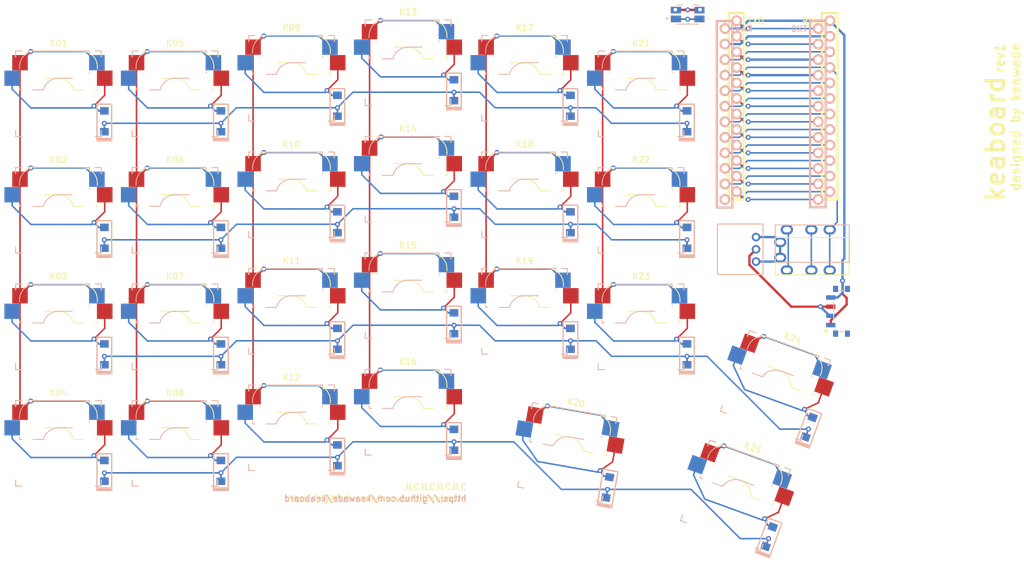
<source format=kicad_pcb>
(kicad_pcb (version 20171130) (host pcbnew 5.1.6-c6e7f7d~87~ubuntu20.04.1)
  (layers (0 F.Cu signal) (31 B.Cu signal) (34 B.Paste user hide) (35 F.Paste user hide) (36 B.SilkS user) (37 F.SilkS user) (38 B.Mask user) (39 F.Mask user) (44 Edge.Cuts user))
  (net 0 "")
  (net 1 "Net-(D01-Pad2)")
  (net 2 ROW1)
  (net 3 ROW2)
  (net 4 ROW3)
  (net 5 ROW4)
  (net 6 COL1)
  (net 7 COL2)
  (net 8 COL3)
  (net 9 COL4)
  (net 10 COL5)
  (net 11 COL6)
  (net 12 COL7)
  (net 13 "Net-(SW_PWR1-Pad3)")
  (net 14 GND)
  (net 15 "Net-(TRRS1-PadR1)")
  (net 16 "Net-(U1-Pad2)")
  (net 17 "Net-(U1-Pad6)")
  (net 18 "Net-(U1-Pad1)")
  (net 19 "Net-(U1-Pad7)")
  (net 20 "Net-(D02-Pad2)")
  (net 21 "Net-(D03-Pad2)")
  (net 22 "Net-(D04-Pad2)")
  (net 23 "Net-(D05-Pad2)")
  (net 24 "Net-(D06-Pad2)")
  (net 25 "Net-(D07-Pad2)")
  (net 26 "Net-(D08-Pad2)")
  (net 27 "Net-(D09-Pad2)")
  (net 28 "Net-(D10-Pad2)")
  (net 29 "Net-(D11-Pad2)")
  (net 30 "Net-(D12-Pad2)")
  (net 31 "Net-(D13-Pad2)")
  (net 32 "Net-(D14-Pad2)")
  (net 33 "Net-(D15-Pad2)")
  (net 34 "Net-(D16-Pad2)")
  (net 35 "Net-(D17-Pad2)")
  (net 36 "Net-(D18-Pad2)")
  (net 37 "Net-(D19-Pad2)")
  (net 38 "Net-(D20-Pad2)")
  (net 39 "Net-(D21-Pad2)")
  (net 40 "Net-(D22-Pad2)")
  (net 41 "Net-(D23-Pad2)")
  (net 42 "Net-(D24-Pad2)")
  (net 43 "Net-(D25-Pad2)")
  (net 44 RESET)
  (net 45 "Net-(BAT1-Pad1)")
  (net 46 RAW)
  (net 47 VCC)
  (net 48 SOFT_SERIAL_PIN)
  (net 49 "Net-(U1-Pad5)")
  (net 50 "Net-(U1-Pad8)")
  (module parts:Kailh_socket_MX_reversible (layer B.Cu) (at 116.967 70.104 180)
    (fp_text reference K17 (at 0 8.255) (layer F.SilkS))
    (fp_text value KEYSW)
    (pad 1 smd rect (at 6.29 5.08 180) (size 2.55 2.5) (layers F.Cu F.Paste F.Mask) (net 10 COL5))
    (pad "" np_thru_hole circle (at 2.54 5.08 180) (size 3 3) (drill 3) (layers *.Cu *.Mask))
    (pad "" np_thru_hole circle (at -3.81 2.54 180) (size 3 3) (drill 3) (layers *.Cu *.Mask))
    (pad "" np_thru_hole circle (at 0 0 180) (size 3.9878 3.9878) (drill 3.9878) (layers *.Cu *.Mask))
    (pad "" np_thru_hole circle (at 5.08 0 180) (size 1.7018 1.7018) (drill 1.7018) (layers *.Cu *.Mask))
    (pad "" np_thru_hole circle (at -5.08 0 180) (size 1.7018 1.7018) (drill 1.7018) (layers *.Cu *.Mask))
    (pad 2 smd rect (at -7.56 2.54 180) (size 2.55 2.5) (layers F.Cu F.Paste F.Mask) (net 35 "Net-(D17-Pad2)"))
    (pad 1 smd rect (at -6.28 5.08) (size 2.55 2.5) (layers B.Cu B.Paste B.Mask) (net 10 COL5))
    (pad "" np_thru_hole circle (at -2.53 5.08) (size 3 3) (drill 3) (layers *.Cu *.Mask))
    (pad "" np_thru_hole circle (at 3.82 2.54) (size 3 3) (drill 3) (layers *.Cu *.Mask))
    (pad 2 smd rect (at 7.57 2.54) (size 2.55 2.5) (layers B.Cu B.Paste B.Mask) (net 35 "Net-(D17-Pad2)"))
  )
  (module parts:D_SOD123_reversible (layer F.Cu) (at 156.955 145.054478 250)
    (fp_text reference D25 hide)
    (fp_text value D hide)
    (pad 2 smd rect (at -1.7 0 70) (size 1.2 1.4) (layers B.Cu B.Paste B.Mask) (net 43 "Net-(D25-Pad2)"))
    (pad 1 smd rect (at 1.7 0 70) (size 1.2 1.4) (layers B.Cu B.Paste B.Mask) (net 5 ROW4))
    (pad 1 smd rect (at 1.7 0 70) (size 1.2 1.4) (layers F.Cu F.Paste F.Mask) (net 5 ROW4))
    (pad 2 smd rect (at -1.7 0 70) (size 1.2 1.4) (layers F.Cu F.Paste F.Mask) (net 43 "Net-(D25-Pad2)"))
  )
  (module parts:D_SOD123_reversible (layer F.Cu) (at 163.470483 127.153333 250)
    (fp_text reference D24 hide)
    (fp_text value D hide)
    (pad 2 smd rect (at -1.7 0 70) (size 1.2 1.4) (layers B.Cu B.Paste B.Mask) (net 42 "Net-(D24-Pad2)"))
    (pad 1 smd rect (at 1.7 0 70) (size 1.2 1.4) (layers B.Cu B.Paste B.Mask) (net 4 ROW3))
    (pad 1 smd rect (at 1.7 0 70) (size 1.2 1.4) (layers F.Cu F.Paste F.Mask) (net 4 ROW3))
    (pad 2 smd rect (at -1.7 0 70) (size 1.2 1.4) (layers F.Cu F.Paste F.Mask) (net 42 "Net-(D24-Pad2)"))
  )
  (module parts:D_SOD123_reversible (layer F.Cu) (at 143.517 115.244 270)
    (fp_text reference D23 hide)
    (fp_text value D hide)
    (pad 2 smd rect (at -1.7 0 90) (size 1.2 1.4) (layers B.Cu B.Paste B.Mask) (net 41 "Net-(D23-Pad2)"))
    (pad 1 smd rect (at 1.7 0 90) (size 1.2 1.4) (layers B.Cu B.Paste B.Mask) (net 4 ROW3))
    (pad 1 smd rect (at 1.7 0 90) (size 1.2 1.4) (layers F.Cu F.Paste F.Mask) (net 4 ROW3))
    (pad 2 smd rect (at -1.7 0 90) (size 1.2 1.4) (layers F.Cu F.Paste F.Mask) (net 41 "Net-(D23-Pad2)"))
  )
  (module parts:D_SOD123_reversible (layer F.Cu) (at 143.517 96.194 270)
    (fp_text reference D22 hide)
    (fp_text value D hide)
    (pad 2 smd rect (at -1.7 0 90) (size 1.2 1.4) (layers B.Cu B.Paste B.Mask) (net 40 "Net-(D22-Pad2)"))
    (pad 1 smd rect (at 1.7 0 90) (size 1.2 1.4) (layers B.Cu B.Paste B.Mask) (net 3 ROW2))
    (pad 1 smd rect (at 1.7 0 90) (size 1.2 1.4) (layers F.Cu F.Paste F.Mask) (net 3 ROW2))
    (pad 2 smd rect (at -1.7 0 90) (size 1.2 1.4) (layers F.Cu F.Paste F.Mask) (net 40 "Net-(D22-Pad2)"))
  )
  (module parts:D_SOD123_reversible (layer F.Cu) (at 143.517 77.144 270)
    (fp_text reference D21 hide)
    (fp_text value D hide)
    (pad 2 smd rect (at -1.7 0 90) (size 1.2 1.4) (layers B.Cu B.Paste B.Mask) (net 39 "Net-(D21-Pad2)"))
    (pad 1 smd rect (at 1.7 0 90) (size 1.2 1.4) (layers B.Cu B.Paste B.Mask) (net 2 ROW1))
    (pad 1 smd rect (at 1.7 0 90) (size 1.2 1.4) (layers F.Cu F.Paste F.Mask) (net 2 ROW1))
    (pad 2 smd rect (at -1.7 0 90) (size 1.2 1.4) (layers F.Cu F.Paste F.Mask) (net 39 "Net-(D21-Pad2)"))
  )
  (module parts:D_SOD123_reversible (layer F.Cu) (at 130.56121 136.999772 260)
    (fp_text reference D20 hide)
    (fp_text value D hide)
    (pad 2 smd rect (at -1.7 0 80) (size 1.2 1.4) (layers B.Cu B.Paste B.Mask) (net 38 "Net-(D20-Pad2)"))
    (pad 1 smd rect (at 1.7 0 80) (size 1.2 1.4) (layers B.Cu B.Paste B.Mask) (net 5 ROW4))
    (pad 1 smd rect (at 1.7 0 80) (size 1.2 1.4) (layers F.Cu F.Paste F.Mask) (net 5 ROW4))
    (pad 2 smd rect (at -1.7 0 80) (size 1.2 1.4) (layers F.Cu F.Paste F.Mask) (net 38 "Net-(D20-Pad2)"))
  )
  (module parts:D_SOD123_reversible (layer F.Cu) (at 124.467 112.704 270)
    (fp_text reference D19 hide)
    (fp_text value D hide)
    (pad 2 smd rect (at -1.7 0 90) (size 1.2 1.4) (layers B.Cu B.Paste B.Mask) (net 37 "Net-(D19-Pad2)"))
    (pad 1 smd rect (at 1.7 0 90) (size 1.2 1.4) (layers B.Cu B.Paste B.Mask) (net 4 ROW3))
    (pad 1 smd rect (at 1.7 0 90) (size 1.2 1.4) (layers F.Cu F.Paste F.Mask) (net 4 ROW3))
    (pad 2 smd rect (at -1.7 0 90) (size 1.2 1.4) (layers F.Cu F.Paste F.Mask) (net 37 "Net-(D19-Pad2)"))
  )
  (module parts:D_SOD123_reversible (layer F.Cu) (at 124.467 93.654 270)
    (fp_text reference D18 hide)
    (fp_text value D hide)
    (pad 2 smd rect (at -1.7 0 90) (size 1.2 1.4) (layers B.Cu B.Paste B.Mask) (net 36 "Net-(D18-Pad2)"))
    (pad 1 smd rect (at 1.7 0 90) (size 1.2 1.4) (layers B.Cu B.Paste B.Mask) (net 3 ROW2))
    (pad 1 smd rect (at 1.7 0 90) (size 1.2 1.4) (layers F.Cu F.Paste F.Mask) (net 3 ROW2))
    (pad 2 smd rect (at -1.7 0 90) (size 1.2 1.4) (layers F.Cu F.Paste F.Mask) (net 36 "Net-(D18-Pad2)"))
  )
  (module parts:D_SOD123_reversible (layer F.Cu) (at 124.467 74.604 270)
    (fp_text reference D17 hide)
    (fp_text value D hide)
    (pad 2 smd rect (at -1.7 0 90) (size 1.2 1.4) (layers B.Cu B.Paste B.Mask) (net 35 "Net-(D17-Pad2)"))
    (pad 1 smd rect (at 1.7 0 90) (size 1.2 1.4) (layers B.Cu B.Paste B.Mask) (net 2 ROW1))
    (pad 1 smd rect (at 1.7 0 90) (size 1.2 1.4) (layers F.Cu F.Paste F.Mask) (net 2 ROW1))
    (pad 2 smd rect (at -1.7 0 90) (size 1.2 1.4) (layers F.Cu F.Paste F.Mask) (net 35 "Net-(D17-Pad2)"))
  )
  (module parts:D_SOD123_reversible (layer F.Cu) (at 105.417 129.214 270)
    (fp_text reference D16 hide)
    (fp_text value D hide)
    (pad 2 smd rect (at -1.7 0 90) (size 1.2 1.4) (layers B.Cu B.Paste B.Mask) (net 34 "Net-(D16-Pad2)"))
    (pad 1 smd rect (at 1.7 0 90) (size 1.2 1.4) (layers B.Cu B.Paste B.Mask) (net 5 ROW4))
    (pad 1 smd rect (at 1.7 0 90) (size 1.2 1.4) (layers F.Cu F.Paste F.Mask) (net 5 ROW4))
    (pad 2 smd rect (at -1.7 0 90) (size 1.2 1.4) (layers F.Cu F.Paste F.Mask) (net 34 "Net-(D16-Pad2)"))
  )
  (module parts:D_SOD123_reversible (layer F.Cu) (at 105.417 110.164 270)
    (fp_text reference D15 hide)
    (fp_text value D hide)
    (pad 2 smd rect (at -1.7 0 90) (size 1.2 1.4) (layers B.Cu B.Paste B.Mask) (net 33 "Net-(D15-Pad2)"))
    (pad 1 smd rect (at 1.7 0 90) (size 1.2 1.4) (layers B.Cu B.Paste B.Mask) (net 4 ROW3))
    (pad 1 smd rect (at 1.7 0 90) (size 1.2 1.4) (layers F.Cu F.Paste F.Mask) (net 4 ROW3))
    (pad 2 smd rect (at -1.7 0 90) (size 1.2 1.4) (layers F.Cu F.Paste F.Mask) (net 33 "Net-(D15-Pad2)"))
  )
  (module parts:D_SOD123_reversible (layer F.Cu) (at 105.417 91.114 270)
    (fp_text reference D14 hide)
    (fp_text value D hide)
    (pad 2 smd rect (at -1.7 0 90) (size 1.2 1.4) (layers B.Cu B.Paste B.Mask) (net 32 "Net-(D14-Pad2)"))
    (pad 1 smd rect (at 1.7 0 90) (size 1.2 1.4) (layers B.Cu B.Paste B.Mask) (net 3 ROW2))
    (pad 1 smd rect (at 1.7 0 90) (size 1.2 1.4) (layers F.Cu F.Paste F.Mask) (net 3 ROW2))
    (pad 2 smd rect (at -1.7 0 90) (size 1.2 1.4) (layers F.Cu F.Paste F.Mask) (net 32 "Net-(D14-Pad2)"))
  )
  (module parts:D_SOD123_reversible (layer F.Cu) (at 105.417 72.064 270)
    (fp_text reference D13 hide)
    (fp_text value D hide)
    (pad 2 smd rect (at -1.7 0 90) (size 1.2 1.4) (layers B.Cu B.Paste B.Mask) (net 31 "Net-(D13-Pad2)"))
    (pad 1 smd rect (at 1.7 0 90) (size 1.2 1.4) (layers B.Cu B.Paste B.Mask) (net 2 ROW1))
    (pad 1 smd rect (at 1.7 0 90) (size 1.2 1.4) (layers F.Cu F.Paste F.Mask) (net 2 ROW1))
    (pad 2 smd rect (at -1.7 0 90) (size 1.2 1.4) (layers F.Cu F.Paste F.Mask) (net 31 "Net-(D13-Pad2)"))
  )
  (module parts:D_SOD123_reversible (layer F.Cu) (at 86.367 131.754 270)
    (fp_text reference D12 hide)
    (fp_text value D hide)
    (pad 2 smd rect (at -1.7 0 90) (size 1.2 1.4) (layers B.Cu B.Paste B.Mask) (net 30 "Net-(D12-Pad2)"))
    (pad 1 smd rect (at 1.7 0 90) (size 1.2 1.4) (layers B.Cu B.Paste B.Mask) (net 5 ROW4))
    (pad 1 smd rect (at 1.7 0 90) (size 1.2 1.4) (layers F.Cu F.Paste F.Mask) (net 5 ROW4))
    (pad 2 smd rect (at -1.7 0 90) (size 1.2 1.4) (layers F.Cu F.Paste F.Mask) (net 30 "Net-(D12-Pad2)"))
  )
  (module parts:D_SOD123_reversible (layer F.Cu) (at 86.367 112.704 270)
    (fp_text reference D11 hide)
    (fp_text value D hide)
    (pad 2 smd rect (at -1.7 0 90) (size 1.2 1.4) (layers B.Cu B.Paste B.Mask) (net 29 "Net-(D11-Pad2)"))
    (pad 1 smd rect (at 1.7 0 90) (size 1.2 1.4) (layers B.Cu B.Paste B.Mask) (net 4 ROW3))
    (pad 1 smd rect (at 1.7 0 90) (size 1.2 1.4) (layers F.Cu F.Paste F.Mask) (net 4 ROW3))
    (pad 2 smd rect (at -1.7 0 90) (size 1.2 1.4) (layers F.Cu F.Paste F.Mask) (net 29 "Net-(D11-Pad2)"))
  )
  (module parts:D_SOD123_reversible (layer F.Cu) (at 86.367 93.654 270)
    (fp_text reference D10 hide)
    (fp_text value D hide)
    (pad 2 smd rect (at -1.7 0 90) (size 1.2 1.4) (layers B.Cu B.Paste B.Mask) (net 28 "Net-(D10-Pad2)"))
    (pad 1 smd rect (at 1.7 0 90) (size 1.2 1.4) (layers B.Cu B.Paste B.Mask) (net 3 ROW2))
    (pad 1 smd rect (at 1.7 0 90) (size 1.2 1.4) (layers F.Cu F.Paste F.Mask) (net 3 ROW2))
    (pad 2 smd rect (at -1.7 0 90) (size 1.2 1.4) (layers F.Cu F.Paste F.Mask) (net 28 "Net-(D10-Pad2)"))
  )
  (module parts:D_SOD123_reversible (layer F.Cu) (at 86.367 74.604 270)
    (fp_text reference D09 hide)
    (fp_text value D hide)
    (pad 2 smd rect (at -1.7 0 90) (size 1.2 1.4) (layers B.Cu B.Paste B.Mask) (net 27 "Net-(D09-Pad2)"))
    (pad 1 smd rect (at 1.7 0 90) (size 1.2 1.4) (layers B.Cu B.Paste B.Mask) (net 2 ROW1))
    (pad 1 smd rect (at 1.7 0 90) (size 1.2 1.4) (layers F.Cu F.Paste F.Mask) (net 2 ROW1))
    (pad 2 smd rect (at -1.7 0 90) (size 1.2 1.4) (layers F.Cu F.Paste F.Mask) (net 27 "Net-(D09-Pad2)"))
  )
  (module parts:D_SOD123_reversible (layer F.Cu) (at 67.317 134.294 270)
    (fp_text reference D08 hide)
    (fp_text value D hide)
    (pad 2 smd rect (at -1.7 0 90) (size 1.2 1.4) (layers B.Cu B.Paste B.Mask) (net 26 "Net-(D08-Pad2)"))
    (pad 1 smd rect (at 1.7 0 90) (size 1.2 1.4) (layers B.Cu B.Paste B.Mask) (net 5 ROW4))
    (pad 1 smd rect (at 1.7 0 90) (size 1.2 1.4) (layers F.Cu F.Paste F.Mask) (net 5 ROW4))
    (pad 2 smd rect (at -1.7 0 90) (size 1.2 1.4) (layers F.Cu F.Paste F.Mask) (net 26 "Net-(D08-Pad2)"))
  )
  (module parts:D_SOD123_reversible (layer F.Cu) (at 67.317 115.244 270)
    (fp_text reference D07 hide)
    (fp_text value D hide)
    (pad 2 smd rect (at -1.7 0 90) (size 1.2 1.4) (layers B.Cu B.Paste B.Mask) (net 25 "Net-(D07-Pad2)"))
    (pad 1 smd rect (at 1.7 0 90) (size 1.2 1.4) (layers B.Cu B.Paste B.Mask) (net 4 ROW3))
    (pad 1 smd rect (at 1.7 0 90) (size 1.2 1.4) (layers F.Cu F.Paste F.Mask) (net 4 ROW3))
    (pad 2 smd rect (at -1.7 0 90) (size 1.2 1.4) (layers F.Cu F.Paste F.Mask) (net 25 "Net-(D07-Pad2)"))
  )
  (module parts:D_SOD123_reversible (layer F.Cu) (at 67.317 96.194 270)
    (fp_text reference D06 hide)
    (fp_text value D hide)
    (pad 2 smd rect (at -1.7 0 90) (size 1.2 1.4) (layers B.Cu B.Paste B.Mask) (net 24 "Net-(D06-Pad2)"))
    (pad 1 smd rect (at 1.7 0 90) (size 1.2 1.4) (layers B.Cu B.Paste B.Mask) (net 3 ROW2))
    (pad 1 smd rect (at 1.7 0 90) (size 1.2 1.4) (layers F.Cu F.Paste F.Mask) (net 3 ROW2))
    (pad 2 smd rect (at -1.7 0 90) (size 1.2 1.4) (layers F.Cu F.Paste F.Mask) (net 24 "Net-(D06-Pad2)"))
  )
  (module parts:D_SOD123_reversible (layer F.Cu) (at 67.317 77.144 270)
    (fp_text reference D05 hide)
    (fp_text value D hide)
    (pad 2 smd rect (at -1.7 0 90) (size 1.2 1.4) (layers B.Cu B.Paste B.Mask) (net 23 "Net-(D05-Pad2)"))
    (pad 1 smd rect (at 1.7 0 90) (size 1.2 1.4) (layers B.Cu B.Paste B.Mask) (net 2 ROW1))
    (pad 1 smd rect (at 1.7 0 90) (size 1.2 1.4) (layers F.Cu F.Paste F.Mask) (net 2 ROW1))
    (pad 2 smd rect (at -1.7 0 90) (size 1.2 1.4) (layers F.Cu F.Paste F.Mask) (net 23 "Net-(D05-Pad2)"))
  )
  (module parts:D_SOD123_reversible (layer F.Cu) (at 48.267 134.294 270)
    (fp_text reference D04 hide)
    (fp_text value D hide)
    (pad 2 smd rect (at -1.7 0 90) (size 1.2 1.4) (layers B.Cu B.Paste B.Mask) (net 22 "Net-(D04-Pad2)"))
    (pad 1 smd rect (at 1.7 0 90) (size 1.2 1.4) (layers B.Cu B.Paste B.Mask) (net 5 ROW4))
    (pad 1 smd rect (at 1.7 0 90) (size 1.2 1.4) (layers F.Cu F.Paste F.Mask) (net 5 ROW4))
    (pad 2 smd rect (at -1.7 0 90) (size 1.2 1.4) (layers F.Cu F.Paste F.Mask) (net 22 "Net-(D04-Pad2)"))
  )
  (module parts:D_SOD123_reversible (layer F.Cu) (at 48.267 115.244 270)
    (fp_text reference D03 hide)
    (fp_text value D hide)
    (pad 2 smd rect (at -1.7 0 90) (size 1.2 1.4) (layers B.Cu B.Paste B.Mask) (net 21 "Net-(D03-Pad2)"))
    (pad 1 smd rect (at 1.7 0 90) (size 1.2 1.4) (layers B.Cu B.Paste B.Mask) (net 4 ROW3))
    (pad 1 smd rect (at 1.7 0 90) (size 1.2 1.4) (layers F.Cu F.Paste F.Mask) (net 4 ROW3))
    (pad 2 smd rect (at -1.7 0 90) (size 1.2 1.4) (layers F.Cu F.Paste F.Mask) (net 21 "Net-(D03-Pad2)"))
  )
  (module parts:D_SOD123_reversible (layer F.Cu) (at 48.267 96.194 270)
    (fp_text reference D02 hide)
    (fp_text value D hide)
    (pad 2 smd rect (at -1.7 0 90) (size 1.2 1.4) (layers B.Cu B.Paste B.Mask) (net 20 "Net-(D02-Pad2)"))
    (pad 1 smd rect (at 1.7 0 90) (size 1.2 1.4) (layers B.Cu B.Paste B.Mask) (net 3 ROW2))
    (pad 1 smd rect (at 1.7 0 90) (size 1.2 1.4) (layers F.Cu F.Paste F.Mask) (net 3 ROW2))
    (pad 2 smd rect (at -1.7 0 90) (size 1.2 1.4) (layers F.Cu F.Paste F.Mask) (net 20 "Net-(D02-Pad2)"))
  )
  (module parts:D_SOD123_reversible (layer F.Cu) (at 48.267 77.144 270)
    (fp_text reference D01 hide)
    (fp_text value D hide)
    (pad 2 smd rect (at -1.7 0 90) (size 1.2 1.4) (layers F.Cu F.Paste F.Mask) (net 1 "Net-(D01-Pad2)"))
    (pad 1 smd rect (at 1.7 0 90) (size 1.2 1.4) (layers F.Cu F.Paste F.Mask) (net 2 ROW1))
    (pad 1 smd rect (at 1.7 0 90) (size 1.2 1.4) (layers B.Cu B.Paste B.Mask) (net 2 ROW1))
    (pad 2 smd rect (at -1.7 0 90) (size 1.2 1.4) (layers B.Cu B.Paste B.Mask) (net 1 "Net-(D01-Pad2)"))
  )
  (module parts:TRRS-PJ-320A_reversible (layer F.Cu) (at 170.053 98.933 270)
    (fp_text reference TRRS1)
    (fp_text value "TRRS Jack")
    (pad R1 thru_hole oval (at -4.08 6.2 90) (size 1.6 2) (drill oval 0.9 1.3) (layers *.Cu *.Mask) (net 15 "Net-(TRRS1-PadR1)"))
    (pad "" np_thru_hole circle (at -1.78 1.6 90) (size 0.8 0.8) (drill 0.8) (layers *.Cu *.Mask))
    (pad S thru_hole oval (at 0.52 11.3 90) (size 1.6 2) (drill oval 0.9 1.3) (layers *.Cu *.Mask) (net 14 GND))
    (pad "" np_thru_hole circle (at -1.78 8.6 90) (size 0.8 0.8) (drill 0.8) (layers *.Cu *.Mask))
    (pad R2 thru_hole oval (at -4.08 3.2 90) (size 1.6 2) (drill oval 0.9 1.3) (layers *.Cu *.Mask) (net 47 VCC))
    (pad T thru_hole oval (at -4.08 10.2 90) (size 1.6 2) (drill oval 0.9 1.3) (layers *.Cu *.Mask) (net 48 SOFT_SERIAL_PIN))
    (pad R1 thru_hole oval (at 2.57 6.2 270) (size 1.6 2) (drill oval 0.9 1.3) (layers *.Cu *.Mask) (net 15 "Net-(TRRS1-PadR1)"))
    (pad "" np_thru_hole circle (at 0.27 1.6 270) (size 0.8 0.8) (drill 0.8) (layers *.Cu *.Mask))
    (pad "" np_thru_hole circle (at 0.27 8.6 270) (size 0.8 0.8) (drill 0.8) (layers *.Cu *.Mask))
    (pad R2 thru_hole oval (at 2.57 3.2 270) (size 1.6 2) (drill oval 0.9 1.3) (layers *.Cu *.Mask) (net 47 VCC))
    (pad T thru_hole oval (at 2.57 10.2 270) (size 1.6 2) (drill oval 0.9 1.3) (layers *.Cu *.Mask) (net 48 SOFT_SERIAL_PIN))
    (pad S thru_hole oval (at -2.03 11.3 270) (size 1.6 2) (drill oval 0.9 1.3) (layers *.Cu *.Mask) (net 14 GND))
  )
  (module parts:Kailh_socket_MX_reversible (layer B.Cu) (at 59.817 72.644 180)
    (fp_text reference K05 (at 0 8.255) (layer F.SilkS))
    (fp_text value KEYSW)
    (pad 1 smd rect (at 6.29 5.08 180) (size 2.55 2.5) (layers F.Cu F.Paste F.Mask) (net 7 COL2))
    (pad "" np_thru_hole circle (at 2.54 5.08 180) (size 3 3) (drill 3) (layers *.Cu *.Mask))
    (pad "" np_thru_hole circle (at -3.81 2.54 180) (size 3 3) (drill 3) (layers *.Cu *.Mask))
    (pad "" np_thru_hole circle (at 0 0 180) (size 3.9878 3.9878) (drill 3.9878) (layers *.Cu *.Mask))
    (pad "" np_thru_hole circle (at 5.08 0 180) (size 1.7018 1.7018) (drill 1.7018) (layers *.Cu *.Mask))
    (pad "" np_thru_hole circle (at -5.08 0 180) (size 1.7018 1.7018) (drill 1.7018) (layers *.Cu *.Mask))
    (pad 2 smd rect (at -7.56 2.54 180) (size 2.55 2.5) (layers F.Cu F.Paste F.Mask) (net 23 "Net-(D05-Pad2)"))
    (pad 1 smd rect (at -6.28 5.08) (size 2.55 2.5) (layers B.Cu B.Paste B.Mask) (net 7 COL2))
    (pad "" np_thru_hole circle (at -2.53 5.08) (size 3 3) (drill 3) (layers *.Cu *.Mask))
    (pad "" np_thru_hole circle (at 3.82 2.54) (size 3 3) (drill 3) (layers *.Cu *.Mask))
    (pad 2 smd rect (at 7.57 2.54) (size 2.55 2.5) (layers B.Cu B.Paste B.Mask) (net 23 "Net-(D05-Pad2)"))
  )
  (module parts:Kailh_socket_MX_reversible (layer B.Cu) (at 40.767 72.644 180)
    (fp_text reference K01 (at 0 8.255) (layer F.SilkS))
    (fp_text value KEYSW)
    (pad 1 smd rect (at 6.29 5.08 180) (size 2.55 2.5) (layers F.Cu F.Paste F.Mask) (net 6 COL1))
    (pad "" np_thru_hole circle (at 2.54 5.08 180) (size 3 3) (drill 3) (layers *.Cu *.Mask))
    (pad "" np_thru_hole circle (at -3.81 2.54 180) (size 3 3) (drill 3) (layers *.Cu *.Mask))
    (pad "" np_thru_hole circle (at 0 0 180) (size 3.9878 3.9878) (drill 3.9878) (layers *.Cu *.Mask))
    (pad "" np_thru_hole circle (at 5.08 0 180) (size 1.7018 1.7018) (drill 1.7018) (layers *.Cu *.Mask))
    (pad "" np_thru_hole circle (at -5.08 0 180) (size 1.7018 1.7018) (drill 1.7018) (layers *.Cu *.Mask))
    (pad 2 smd rect (at -7.56 2.54 180) (size 2.55 2.5) (layers F.Cu F.Paste F.Mask) (net 1 "Net-(D01-Pad2)"))
    (pad 1 smd rect (at -6.28 5.08) (size 2.55 2.5) (layers B.Cu B.Paste B.Mask) (net 6 COL1))
    (pad "" np_thru_hole circle (at -2.53 5.08) (size 3 3) (drill 3) (layers *.Cu *.Mask))
    (pad "" np_thru_hole circle (at 3.82 2.54) (size 3 3) (drill 3) (layers *.Cu *.Mask))
    (pad 2 smd rect (at 7.57 2.54) (size 2.55 2.5) (layers B.Cu B.Paste B.Mask) (net 1 "Net-(D01-Pad2)"))
  )
  (module parts:Kailh_socket_MX_reversible (layer B.Cu) (at 151.446396 138.26071 160)
    (fp_text reference K25 (at 0 8.255 160) (layer F.SilkS))
    (fp_text value KEYSW)
    (pad 1 smd rect (at 6.29 5.08 160) (size 2.55 2.5) (layers F.Cu F.Paste F.Mask) (net 12 COL7))
    (pad "" np_thru_hole circle (at 2.54 5.08 160) (size 3 3) (drill 3) (layers *.Cu *.Mask))
    (pad "" np_thru_hole circle (at -3.81 2.54 160) (size 3 3) (drill 3) (layers *.Cu *.Mask))
    (pad "" np_thru_hole circle (at 0 0 160) (size 3.9878 3.9878) (drill 3.9878) (layers *.Cu *.Mask))
    (pad "" np_thru_hole circle (at 5.08 0 160) (size 1.7018 1.7018) (drill 1.7018) (layers *.Cu *.Mask))
    (pad "" np_thru_hole circle (at -5.08 0 160) (size 1.7018 1.7018) (drill 1.7018) (layers *.Cu *.Mask))
    (pad 2 smd rect (at -7.56 2.54 160) (size 2.55 2.5) (layers F.Cu F.Paste F.Mask) (net 43 "Net-(D25-Pad2)"))
    (pad 1 smd rect (at -6.28 5.08 340) (size 2.55 2.5) (layers B.Cu B.Paste B.Mask) (net 12 COL7))
    (pad "" np_thru_hole circle (at -2.53 5.08 340) (size 3 3) (drill 3) (layers *.Cu *.Mask))
    (pad "" np_thru_hole circle (at 3.82 2.54 340) (size 3 3) (drill 3) (layers *.Cu *.Mask))
    (pad 2 smd rect (at 7.57 2.54 340) (size 2.55 2.5) (layers B.Cu B.Paste B.Mask) (net 43 "Net-(D25-Pad2)"))
  )
  (module parts:Kailh_socket_MX_reversible (layer B.Cu) (at 157.961879 120.359566 160)
    (fp_text reference K24 (at 0 8.255 160) (layer F.SilkS))
    (fp_text value KEYSW)
    (pad 1 smd rect (at 6.29 5.08 160) (size 2.55 2.5) (layers F.Cu F.Paste F.Mask) (net 12 COL7))
    (pad "" np_thru_hole circle (at 2.54 5.08 160) (size 3 3) (drill 3) (layers *.Cu *.Mask))
    (pad "" np_thru_hole circle (at -3.81 2.54 160) (size 3 3) (drill 3) (layers *.Cu *.Mask))
    (pad "" np_thru_hole circle (at 0 0 160) (size 3.9878 3.9878) (drill 3.9878) (layers *.Cu *.Mask))
    (pad "" np_thru_hole circle (at 5.08 0 160) (size 1.7018 1.7018) (drill 1.7018) (layers *.Cu *.Mask))
    (pad "" np_thru_hole circle (at -5.08 0 160) (size 1.7018 1.7018) (drill 1.7018) (layers *.Cu *.Mask))
    (pad 2 smd rect (at -7.56 2.54 160) (size 2.55 2.5) (layers F.Cu F.Paste F.Mask) (net 42 "Net-(D24-Pad2)"))
    (pad 1 smd rect (at -6.28 5.08 340) (size 2.55 2.5) (layers B.Cu B.Paste B.Mask) (net 12 COL7))
    (pad "" np_thru_hole circle (at -2.53 5.08 340) (size 3 3) (drill 3) (layers *.Cu *.Mask))
    (pad "" np_thru_hole circle (at 3.82 2.54 340) (size 3 3) (drill 3) (layers *.Cu *.Mask))
    (pad 2 smd rect (at 7.57 2.54 340) (size 2.55 2.5) (layers B.Cu B.Paste B.Mask) (net 42 "Net-(D24-Pad2)"))
  )
  (module parts:Kailh_socket_MX_reversible (layer B.Cu) (at 136.017 110.744 180)
    (fp_text reference K23 (at 0 8.255) (layer F.SilkS))
    (fp_text value KEYSW)
    (pad 1 smd rect (at 6.29 5.08 180) (size 2.55 2.5) (layers F.Cu F.Paste F.Mask) (net 11 COL6))
    (pad "" np_thru_hole circle (at 2.54 5.08 180) (size 3 3) (drill 3) (layers *.Cu *.Mask))
    (pad "" np_thru_hole circle (at -3.81 2.54 180) (size 3 3) (drill 3) (layers *.Cu *.Mask))
    (pad "" np_thru_hole circle (at 0 0 180) (size 3.9878 3.9878) (drill 3.9878) (layers *.Cu *.Mask))
    (pad "" np_thru_hole circle (at 5.08 0 180) (size 1.7018 1.7018) (drill 1.7018) (layers *.Cu *.Mask))
    (pad "" np_thru_hole circle (at -5.08 0 180) (size 1.7018 1.7018) (drill 1.7018) (layers *.Cu *.Mask))
    (pad 2 smd rect (at -7.56 2.54 180) (size 2.55 2.5) (layers F.Cu F.Paste F.Mask) (net 41 "Net-(D23-Pad2)"))
    (pad 1 smd rect (at -6.28 5.08) (size 2.55 2.5) (layers B.Cu B.Paste B.Mask) (net 11 COL6))
    (pad "" np_thru_hole circle (at -2.53 5.08) (size 3 3) (drill 3) (layers *.Cu *.Mask))
    (pad "" np_thru_hole circle (at 3.82 2.54) (size 3 3) (drill 3) (layers *.Cu *.Mask))
    (pad 2 smd rect (at 7.57 2.54) (size 2.55 2.5) (layers B.Cu B.Paste B.Mask) (net 41 "Net-(D23-Pad2)"))
  )
  (module parts:Kailh_socket_MX_reversible (layer B.Cu) (at 136.017 91.694 180)
    (fp_text reference K22 (at 0 8.255) (layer F.SilkS))
    (fp_text value KEYSW)
    (pad 1 smd rect (at 6.29 5.08 180) (size 2.55 2.5) (layers F.Cu F.Paste F.Mask) (net 11 COL6))
    (pad "" np_thru_hole circle (at 2.54 5.08 180) (size 3 3) (drill 3) (layers *.Cu *.Mask))
    (pad "" np_thru_hole circle (at -3.81 2.54 180) (size 3 3) (drill 3) (layers *.Cu *.Mask))
    (pad "" np_thru_hole circle (at 0 0 180) (size 3.9878 3.9878) (drill 3.9878) (layers *.Cu *.Mask))
    (pad "" np_thru_hole circle (at 5.08 0 180) (size 1.7018 1.7018) (drill 1.7018) (layers *.Cu *.Mask))
    (pad "" np_thru_hole circle (at -5.08 0 180) (size 1.7018 1.7018) (drill 1.7018) (layers *.Cu *.Mask))
    (pad 2 smd rect (at -7.56 2.54 180) (size 2.55 2.5) (layers F.Cu F.Paste F.Mask) (net 40 "Net-(D22-Pad2)"))
    (pad 1 smd rect (at -6.28 5.08) (size 2.55 2.5) (layers B.Cu B.Paste B.Mask) (net 11 COL6))
    (pad "" np_thru_hole circle (at -2.53 5.08) (size 3 3) (drill 3) (layers *.Cu *.Mask))
    (pad "" np_thru_hole circle (at 3.82 2.54) (size 3 3) (drill 3) (layers *.Cu *.Mask))
    (pad 2 smd rect (at 7.57 2.54) (size 2.55 2.5) (layers B.Cu B.Paste B.Mask) (net 40 "Net-(D22-Pad2)"))
  )
  (module parts:Kailh_socket_MX_reversible (layer B.Cu) (at 136.017 72.644 180)
    (fp_text reference K21 (at 0 8.255) (layer F.SilkS))
    (fp_text value KEYSW)
    (pad 1 smd rect (at 6.29 5.08 180) (size 2.55 2.5) (layers F.Cu F.Paste F.Mask) (net 11 COL6))
    (pad "" np_thru_hole circle (at 2.54 5.08 180) (size 3 3) (drill 3) (layers *.Cu *.Mask))
    (pad "" np_thru_hole circle (at -3.81 2.54 180) (size 3 3) (drill 3) (layers *.Cu *.Mask))
    (pad "" np_thru_hole circle (at 0 0 180) (size 3.9878 3.9878) (drill 3.9878) (layers *.Cu *.Mask))
    (pad "" np_thru_hole circle (at 5.08 0 180) (size 1.7018 1.7018) (drill 1.7018) (layers *.Cu *.Mask))
    (pad "" np_thru_hole circle (at -5.08 0 180) (size 1.7018 1.7018) (drill 1.7018) (layers *.Cu *.Mask))
    (pad 2 smd rect (at -7.56 2.54 180) (size 2.55 2.5) (layers F.Cu F.Paste F.Mask) (net 39 "Net-(D21-Pad2)"))
    (pad 1 smd rect (at -6.28 5.08) (size 2.55 2.5) (layers B.Cu B.Paste B.Mask) (net 11 COL6))
    (pad "" np_thru_hole circle (at -2.53 5.08) (size 3 3) (drill 3) (layers *.Cu *.Mask))
    (pad "" np_thru_hole circle (at 3.82 2.54) (size 3 3) (drill 3) (layers *.Cu *.Mask))
    (pad 2 smd rect (at 7.57 2.54) (size 2.55 2.5) (layers B.Cu B.Paste B.Mask) (net 39 "Net-(D21-Pad2)"))
  )
  (module parts:Kailh_socket_MX_reversible (layer B.Cu) (at 123.956569 131.265775 170)
    (fp_text reference K20 (at 0 8.255 170) (layer F.SilkS))
    (fp_text value KEYSW)
    (pad 1 smd rect (at 6.29 5.08 170) (size 2.55 2.5) (layers F.Cu F.Paste F.Mask) (net 10 COL5))
    (pad "" np_thru_hole circle (at 2.54 5.08 170) (size 3 3) (drill 3) (layers *.Cu *.Mask))
    (pad "" np_thru_hole circle (at -3.81 2.54 170) (size 3 3) (drill 3) (layers *.Cu *.Mask))
    (pad "" np_thru_hole circle (at 0 0 170) (size 3.9878 3.9878) (drill 3.9878) (layers *.Cu *.Mask))
    (pad "" np_thru_hole circle (at 5.08 0 170) (size 1.7018 1.7018) (drill 1.7018) (layers *.Cu *.Mask))
    (pad "" np_thru_hole circle (at -5.08 0 170) (size 1.7018 1.7018) (drill 1.7018) (layers *.Cu *.Mask))
    (pad 2 smd rect (at -7.56 2.54 170) (size 2.55 2.5) (layers F.Cu F.Paste F.Mask) (net 38 "Net-(D20-Pad2)"))
    (pad 1 smd rect (at -6.28 5.08 350) (size 2.55 2.5) (layers B.Cu B.Paste B.Mask) (net 10 COL5))
    (pad "" np_thru_hole circle (at -2.53 5.08 350) (size 3 3) (drill 3) (layers *.Cu *.Mask))
    (pad "" np_thru_hole circle (at 3.82 2.54 350) (size 3 3) (drill 3) (layers *.Cu *.Mask))
    (pad 2 smd rect (at 7.57 2.54 350) (size 2.55 2.5) (layers B.Cu B.Paste B.Mask) (net 38 "Net-(D20-Pad2)"))
  )
  (module parts:Kailh_socket_MX_reversible (layer B.Cu) (at 116.967 108.204 180)
    (fp_text reference K19 (at 0 8.255) (layer F.SilkS))
    (fp_text value KEYSW)
    (pad 1 smd rect (at 6.29 5.08 180) (size 2.55 2.5) (layers F.Cu F.Paste F.Mask) (net 10 COL5))
    (pad "" np_thru_hole circle (at 2.54 5.08 180) (size 3 3) (drill 3) (layers *.Cu *.Mask))
    (pad "" np_thru_hole circle (at -3.81 2.54 180) (size 3 3) (drill 3) (layers *.Cu *.Mask))
    (pad "" np_thru_hole circle (at 0 0 180) (size 3.9878 3.9878) (drill 3.9878) (layers *.Cu *.Mask))
    (pad "" np_thru_hole circle (at 5.08 0 180) (size 1.7018 1.7018) (drill 1.7018) (layers *.Cu *.Mask))
    (pad "" np_thru_hole circle (at -5.08 0 180) (size 1.7018 1.7018) (drill 1.7018) (layers *.Cu *.Mask))
    (pad 2 smd rect (at -7.56 2.54 180) (size 2.55 2.5) (layers F.Cu F.Paste F.Mask) (net 37 "Net-(D19-Pad2)"))
    (pad 1 smd rect (at -6.28 5.08) (size 2.55 2.5) (layers B.Cu B.Paste B.Mask) (net 10 COL5))
    (pad "" np_thru_hole circle (at -2.53 5.08) (size 3 3) (drill 3) (layers *.Cu *.Mask))
    (pad "" np_thru_hole circle (at 3.82 2.54) (size 3 3) (drill 3) (layers *.Cu *.Mask))
    (pad 2 smd rect (at 7.57 2.54) (size 2.55 2.5) (layers B.Cu B.Paste B.Mask) (net 37 "Net-(D19-Pad2)"))
  )
  (module parts:Kailh_socket_MX_reversible (layer B.Cu) (at 116.967 89.154 180)
    (fp_text reference K18 (at 0 8.255) (layer F.SilkS))
    (fp_text value KEYSW)
    (pad 1 smd rect (at 6.29 5.08 180) (size 2.55 2.5) (layers F.Cu F.Paste F.Mask) (net 10 COL5))
    (pad "" np_thru_hole circle (at 2.54 5.08 180) (size 3 3) (drill 3) (layers *.Cu *.Mask))
    (pad "" np_thru_hole circle (at -3.81 2.54 180) (size 3 3) (drill 3) (layers *.Cu *.Mask))
    (pad "" np_thru_hole circle (at 0 0 180) (size 3.9878 3.9878) (drill 3.9878) (layers *.Cu *.Mask))
    (pad "" np_thru_hole circle (at 5.08 0 180) (size 1.7018 1.7018) (drill 1.7018) (layers *.Cu *.Mask))
    (pad "" np_thru_hole circle (at -5.08 0 180) (size 1.7018 1.7018) (drill 1.7018) (layers *.Cu *.Mask))
    (pad 2 smd rect (at -7.56 2.54 180) (size 2.55 2.5) (layers F.Cu F.Paste F.Mask) (net 36 "Net-(D18-Pad2)"))
    (pad 1 smd rect (at -6.28 5.08) (size 2.55 2.5) (layers B.Cu B.Paste B.Mask) (net 10 COL5))
    (pad "" np_thru_hole circle (at -2.53 5.08) (size 3 3) (drill 3) (layers *.Cu *.Mask))
    (pad "" np_thru_hole circle (at 3.82 2.54) (size 3 3) (drill 3) (layers *.Cu *.Mask))
    (pad 2 smd rect (at 7.57 2.54) (size 2.55 2.5) (layers B.Cu B.Paste B.Mask) (net 36 "Net-(D18-Pad2)"))
  )
  (module parts:Kailh_socket_MX_reversible (layer B.Cu) (at 97.917 124.714 180)
    (fp_text reference K16 (at 0 8.255) (layer F.SilkS))
    (fp_text value KEYSW)
    (pad 1 smd rect (at 6.29 5.08 180) (size 2.55 2.5) (layers F.Cu F.Paste F.Mask) (net 9 COL4))
    (pad "" np_thru_hole circle (at 2.54 5.08 180) (size 3 3) (drill 3) (layers *.Cu *.Mask))
    (pad "" np_thru_hole circle (at -3.81 2.54 180) (size 3 3) (drill 3) (layers *.Cu *.Mask))
    (pad "" np_thru_hole circle (at 0 0 180) (size 3.9878 3.9878) (drill 3.9878) (layers *.Cu *.Mask))
    (pad "" np_thru_hole circle (at 5.08 0 180) (size 1.7018 1.7018) (drill 1.7018) (layers *.Cu *.Mask))
    (pad "" np_thru_hole circle (at -5.08 0 180) (size 1.7018 1.7018) (drill 1.7018) (layers *.Cu *.Mask))
    (pad 2 smd rect (at -7.56 2.54 180) (size 2.55 2.5) (layers F.Cu F.Paste F.Mask) (net 34 "Net-(D16-Pad2)"))
    (pad 1 smd rect (at -6.28 5.08) (size 2.55 2.5) (layers B.Cu B.Paste B.Mask) (net 9 COL4))
    (pad "" np_thru_hole circle (at -2.53 5.08) (size 3 3) (drill 3) (layers *.Cu *.Mask))
    (pad "" np_thru_hole circle (at 3.82 2.54) (size 3 3) (drill 3) (layers *.Cu *.Mask))
    (pad 2 smd rect (at 7.57 2.54) (size 2.55 2.5) (layers B.Cu B.Paste B.Mask) (net 34 "Net-(D16-Pad2)"))
  )
  (module parts:Kailh_socket_MX_reversible (layer B.Cu) (at 97.917 105.664 180)
    (fp_text reference K15 (at 0 8.255) (layer F.SilkS))
    (fp_text value KEYSW)
    (pad 1 smd rect (at 6.29 5.08 180) (size 2.55 2.5) (layers F.Cu F.Paste F.Mask) (net 9 COL4))
    (pad "" np_thru_hole circle (at 2.54 5.08 180) (size 3 3) (drill 3) (layers *.Cu *.Mask))
    (pad "" np_thru_hole circle (at -3.81 2.54 180) (size 3 3) (drill 3) (layers *.Cu *.Mask))
    (pad "" np_thru_hole circle (at 0 0 180) (size 3.9878 3.9878) (drill 3.9878) (layers *.Cu *.Mask))
    (pad "" np_thru_hole circle (at 5.08 0 180) (size 1.7018 1.7018) (drill 1.7018) (layers *.Cu *.Mask))
    (pad "" np_thru_hole circle (at -5.08 0 180) (size 1.7018 1.7018) (drill 1.7018) (layers *.Cu *.Mask))
    (pad 2 smd rect (at -7.56 2.54 180) (size 2.55 2.5) (layers F.Cu F.Paste F.Mask) (net 33 "Net-(D15-Pad2)"))
    (pad 1 smd rect (at -6.28 5.08) (size 2.55 2.5) (layers B.Cu B.Paste B.Mask) (net 9 COL4))
    (pad "" np_thru_hole circle (at -2.53 5.08) (size 3 3) (drill 3) (layers *.Cu *.Mask))
    (pad "" np_thru_hole circle (at 3.82 2.54) (size 3 3) (drill 3) (layers *.Cu *.Mask))
    (pad 2 smd rect (at 7.57 2.54) (size 2.55 2.5) (layers B.Cu B.Paste B.Mask) (net 33 "Net-(D15-Pad2)"))
  )
  (module parts:Kailh_socket_MX_reversible (layer B.Cu) (at 97.917 86.614 180)
    (fp_text reference K14 (at 0 8.255) (layer F.SilkS))
    (fp_text value KEYSW)
    (pad 1 smd rect (at 6.29 5.08 180) (size 2.55 2.5) (layers F.Cu F.Paste F.Mask) (net 9 COL4))
    (pad "" np_thru_hole circle (at 2.54 5.08 180) (size 3 3) (drill 3) (layers *.Cu *.Mask))
    (pad "" np_thru_hole circle (at -3.81 2.54 180) (size 3 3) (drill 3) (layers *.Cu *.Mask))
    (pad "" np_thru_hole circle (at 0 0 180) (size 3.9878 3.9878) (drill 3.9878) (layers *.Cu *.Mask))
    (pad "" np_thru_hole circle (at 5.08 0 180) (size 1.7018 1.7018) (drill 1.7018) (layers *.Cu *.Mask))
    (pad "" np_thru_hole circle (at -5.08 0 180) (size 1.7018 1.7018) (drill 1.7018) (layers *.Cu *.Mask))
    (pad 2 smd rect (at -7.56 2.54 180) (size 2.55 2.5) (layers F.Cu F.Paste F.Mask) (net 32 "Net-(D14-Pad2)"))
    (pad 1 smd rect (at -6.28 5.08) (size 2.55 2.5) (layers B.Cu B.Paste B.Mask) (net 9 COL4))
    (pad "" np_thru_hole circle (at -2.53 5.08) (size 3 3) (drill 3) (layers *.Cu *.Mask))
    (pad "" np_thru_hole circle (at 3.82 2.54) (size 3 3) (drill 3) (layers *.Cu *.Mask))
    (pad 2 smd rect (at 7.57 2.54) (size 2.55 2.5) (layers B.Cu B.Paste B.Mask) (net 32 "Net-(D14-Pad2)"))
  )
  (module parts:Kailh_socket_MX_reversible (layer B.Cu) (at 97.917 67.564 180)
    (fp_text reference K13 (at 0 8.255) (layer F.SilkS))
    (fp_text value KEYSW)
    (pad 1 smd rect (at 6.29 5.08 180) (size 2.55 2.5) (layers F.Cu F.Paste F.Mask) (net 9 COL4))
    (pad "" np_thru_hole circle (at 2.54 5.08 180) (size 3 3) (drill 3) (layers *.Cu *.Mask))
    (pad "" np_thru_hole circle (at -3.81 2.54 180) (size 3 3) (drill 3) (layers *.Cu *.Mask))
    (pad "" np_thru_hole circle (at 0 0 180) (size 3.9878 3.9878) (drill 3.9878) (layers *.Cu *.Mask))
    (pad "" np_thru_hole circle (at 5.08 0 180) (size 1.7018 1.7018) (drill 1.7018) (layers *.Cu *.Mask))
    (pad "" np_thru_hole circle (at -5.08 0 180) (size 1.7018 1.7018) (drill 1.7018) (layers *.Cu *.Mask))
    (pad 2 smd rect (at -7.56 2.54 180) (size 2.55 2.5) (layers F.Cu F.Paste F.Mask) (net 31 "Net-(D13-Pad2)"))
    (pad 1 smd rect (at -6.28 5.08) (size 2.55 2.5) (layers B.Cu B.Paste B.Mask) (net 9 COL4))
    (pad "" np_thru_hole circle (at -2.53 5.08) (size 3 3) (drill 3) (layers *.Cu *.Mask))
    (pad "" np_thru_hole circle (at 3.82 2.54) (size 3 3) (drill 3) (layers *.Cu *.Mask))
    (pad 2 smd rect (at 7.57 2.54) (size 2.55 2.5) (layers B.Cu B.Paste B.Mask) (net 31 "Net-(D13-Pad2)"))
  )
  (module parts:Kailh_socket_MX_reversible (layer B.Cu) (at 78.867 127.254 180)
    (fp_text reference K12 (at 0 8.255) (layer F.SilkS))
    (fp_text value KEYSW)
    (pad 1 smd rect (at 6.29 5.08 180) (size 2.55 2.5) (layers F.Cu F.Paste F.Mask) (net 8 COL3))
    (pad "" np_thru_hole circle (at 2.54 5.08 180) (size 3 3) (drill 3) (layers *.Cu *.Mask))
    (pad "" np_thru_hole circle (at -3.81 2.54 180) (size 3 3) (drill 3) (layers *.Cu *.Mask))
    (pad "" np_thru_hole circle (at 0 0 180) (size 3.9878 3.9878) (drill 3.9878) (layers *.Cu *.Mask))
    (pad "" np_thru_hole circle (at 5.08 0 180) (size 1.7018 1.7018) (drill 1.7018) (layers *.Cu *.Mask))
    (pad "" np_thru_hole circle (at -5.08 0 180) (size 1.7018 1.7018) (drill 1.7018) (layers *.Cu *.Mask))
    (pad 2 smd rect (at -7.56 2.54 180) (size 2.55 2.5) (layers F.Cu F.Paste F.Mask) (net 30 "Net-(D12-Pad2)"))
    (pad 1 smd rect (at -6.28 5.08) (size 2.55 2.5) (layers B.Cu B.Paste B.Mask) (net 8 COL3))
    (pad "" np_thru_hole circle (at -2.53 5.08) (size 3 3) (drill 3) (layers *.Cu *.Mask))
    (pad "" np_thru_hole circle (at 3.82 2.54) (size 3 3) (drill 3) (layers *.Cu *.Mask))
    (pad 2 smd rect (at 7.57 2.54) (size 2.55 2.5) (layers B.Cu B.Paste B.Mask) (net 30 "Net-(D12-Pad2)"))
  )
  (module parts:Kailh_socket_MX_reversible (layer B.Cu) (at 78.867 108.204 180)
    (fp_text reference K11 (at 0 8.255) (layer F.SilkS))
    (fp_text value KEYSW)
    (pad 1 smd rect (at 6.29 5.08 180) (size 2.55 2.5) (layers F.Cu F.Paste F.Mask) (net 8 COL3))
    (pad "" np_thru_hole circle (at 2.54 5.08 180) (size 3 3) (drill 3) (layers *.Cu *.Mask))
    (pad "" np_thru_hole circle (at -3.81 2.54 180) (size 3 3) (drill 3) (layers *.Cu *.Mask))
    (pad "" np_thru_hole circle (at 0 0 180) (size 3.9878 3.9878) (drill 3.9878) (layers *.Cu *.Mask))
    (pad "" np_thru_hole circle (at 5.08 0 180) (size 1.7018 1.7018) (drill 1.7018) (layers *.Cu *.Mask))
    (pad "" np_thru_hole circle (at -5.08 0 180) (size 1.7018 1.7018) (drill 1.7018) (layers *.Cu *.Mask))
    (pad 2 smd rect (at -7.56 2.54 180) (size 2.55 2.5) (layers F.Cu F.Paste F.Mask) (net 29 "Net-(D11-Pad2)"))
    (pad 1 smd rect (at -6.28 5.08) (size 2.55 2.5) (layers B.Cu B.Paste B.Mask) (net 8 COL3))
    (pad "" np_thru_hole circle (at -2.53 5.08) (size 3 3) (drill 3) (layers *.Cu *.Mask))
    (pad "" np_thru_hole circle (at 3.82 2.54) (size 3 3) (drill 3) (layers *.Cu *.Mask))
    (pad 2 smd rect (at 7.57 2.54) (size 2.55 2.5) (layers B.Cu B.Paste B.Mask) (net 29 "Net-(D11-Pad2)"))
  )
  (module parts:Kailh_socket_MX_reversible (layer B.Cu) (at 78.867 89.154 180)
    (fp_text reference K10 (at 0 8.255) (layer F.SilkS))
    (fp_text value KEYSW)
    (pad 1 smd rect (at 6.29 5.08 180) (size 2.55 2.5) (layers F.Cu F.Paste F.Mask) (net 8 COL3))
    (pad "" np_thru_hole circle (at 2.54 5.08 180) (size 3 3) (drill 3) (layers *.Cu *.Mask))
    (pad "" np_thru_hole circle (at -3.81 2.54 180) (size 3 3) (drill 3) (layers *.Cu *.Mask))
    (pad "" np_thru_hole circle (at 0 0 180) (size 3.9878 3.9878) (drill 3.9878) (layers *.Cu *.Mask))
    (pad "" np_thru_hole circle (at 5.08 0 180) (size 1.7018 1.7018) (drill 1.7018) (layers *.Cu *.Mask))
    (pad "" np_thru_hole circle (at -5.08 0 180) (size 1.7018 1.7018) (drill 1.7018) (layers *.Cu *.Mask))
    (pad 2 smd rect (at -7.56 2.54 180) (size 2.55 2.5) (layers F.Cu F.Paste F.Mask) (net 28 "Net-(D10-Pad2)"))
    (pad 1 smd rect (at -6.28 5.08) (size 2.55 2.5) (layers B.Cu B.Paste B.Mask) (net 8 COL3))
    (pad "" np_thru_hole circle (at -2.53 5.08) (size 3 3) (drill 3) (layers *.Cu *.Mask))
    (pad "" np_thru_hole circle (at 3.82 2.54) (size 3 3) (drill 3) (layers *.Cu *.Mask))
    (pad 2 smd rect (at 7.57 2.54) (size 2.55 2.5) (layers B.Cu B.Paste B.Mask) (net 28 "Net-(D10-Pad2)"))
  )
  (module parts:Kailh_socket_MX_reversible (layer B.Cu) (at 78.867 70.104 180)
    (fp_text reference K09 (at 0 8.255) (layer F.SilkS))
    (fp_text value KEYSW)
    (pad 1 smd rect (at 6.29 5.08 180) (size 2.55 2.5) (layers F.Cu F.Paste F.Mask) (net 8 COL3))
    (pad "" np_thru_hole circle (at 2.54 5.08 180) (size 3 3) (drill 3) (layers *.Cu *.Mask))
    (pad "" np_thru_hole circle (at -3.81 2.54 180) (size 3 3) (drill 3) (layers *.Cu *.Mask))
    (pad "" np_thru_hole circle (at 0 0 180) (size 3.9878 3.9878) (drill 3.9878) (layers *.Cu *.Mask))
    (pad "" np_thru_hole circle (at 5.08 0 180) (size 1.7018 1.7018) (drill 1.7018) (layers *.Cu *.Mask))
    (pad "" np_thru_hole circle (at -5.08 0 180) (size 1.7018 1.7018) (drill 1.7018) (layers *.Cu *.Mask))
    (pad 2 smd rect (at -7.56 2.54 180) (size 2.55 2.5) (layers F.Cu F.Paste F.Mask) (net 27 "Net-(D09-Pad2)"))
    (pad 1 smd rect (at -6.28 5.08) (size 2.55 2.5) (layers B.Cu B.Paste B.Mask) (net 8 COL3))
    (pad "" np_thru_hole circle (at -2.53 5.08) (size 3 3) (drill 3) (layers *.Cu *.Mask))
    (pad "" np_thru_hole circle (at 3.82 2.54) (size 3 3) (drill 3) (layers *.Cu *.Mask))
    (pad 2 smd rect (at 7.57 2.54) (size 2.55 2.5) (layers B.Cu B.Paste B.Mask) (net 27 "Net-(D09-Pad2)"))
  )
  (module parts:Kailh_socket_MX_reversible (layer B.Cu) (at 59.817 129.794 180)
    (fp_text reference K08 (at 0 8.255) (layer F.SilkS))
    (fp_text value KEYSW)
    (pad 1 smd rect (at 6.29 5.08 180) (size 2.55 2.5) (layers F.Cu F.Paste F.Mask) (net 7 COL2))
    (pad "" np_thru_hole circle (at 2.54 5.08 180) (size 3 3) (drill 3) (layers *.Cu *.Mask))
    (pad "" np_thru_hole circle (at -3.81 2.54 180) (size 3 3) (drill 3) (layers *.Cu *.Mask))
    (pad "" np_thru_hole circle (at 0 0 180) (size 3.9878 3.9878) (drill 3.9878) (layers *.Cu *.Mask))
    (pad "" np_thru_hole circle (at 5.08 0 180) (size 1.7018 1.7018) (drill 1.7018) (layers *.Cu *.Mask))
    (pad "" np_thru_hole circle (at -5.08 0 180) (size 1.7018 1.7018) (drill 1.7018) (layers *.Cu *.Mask))
    (pad 2 smd rect (at -7.56 2.54 180) (size 2.55 2.5) (layers F.Cu F.Paste F.Mask) (net 26 "Net-(D08-Pad2)"))
    (pad 1 smd rect (at -6.28 5.08) (size 2.55 2.5) (layers B.Cu B.Paste B.Mask) (net 7 COL2))
    (pad "" np_thru_hole circle (at -2.53 5.08) (size 3 3) (drill 3) (layers *.Cu *.Mask))
    (pad "" np_thru_hole circle (at 3.82 2.54) (size 3 3) (drill 3) (layers *.Cu *.Mask))
    (pad 2 smd rect (at 7.57 2.54) (size 2.55 2.5) (layers B.Cu B.Paste B.Mask) (net 26 "Net-(D08-Pad2)"))
  )
  (module parts:Kailh_socket_MX_reversible (layer B.Cu) (at 59.817 110.744 180)
    (fp_text reference K07 (at 0 8.255) (layer F.SilkS))
    (fp_text value KEYSW)
    (pad 1 smd rect (at 6.29 5.08 180) (size 2.55 2.5) (layers F.Cu F.Paste F.Mask) (net 7 COL2))
    (pad "" np_thru_hole circle (at 2.54 5.08 180) (size 3 3) (drill 3) (layers *.Cu *.Mask))
    (pad "" np_thru_hole circle (at -3.81 2.54 180) (size 3 3) (drill 3) (layers *.Cu *.Mask))
    (pad "" np_thru_hole circle (at 0 0 180) (size 3.9878 3.9878) (drill 3.9878) (layers *.Cu *.Mask))
    (pad "" np_thru_hole circle (at 5.08 0 180) (size 1.7018 1.7018) (drill 1.7018) (layers *.Cu *.Mask))
    (pad "" np_thru_hole circle (at -5.08 0 180) (size 1.7018 1.7018) (drill 1.7018) (layers *.Cu *.Mask))
    (pad 2 smd rect (at -7.56 2.54 180) (size 2.55 2.5) (layers F.Cu F.Paste F.Mask) (net 25 "Net-(D07-Pad2)"))
    (pad 1 smd rect (at -6.28 5.08) (size 2.55 2.5) (layers B.Cu B.Paste B.Mask) (net 7 COL2))
    (pad "" np_thru_hole circle (at -2.53 5.08) (size 3 3) (drill 3) (layers *.Cu *.Mask))
    (pad "" np_thru_hole circle (at 3.82 2.54) (size 3 3) (drill 3) (layers *.Cu *.Mask))
    (pad 2 smd rect (at 7.57 2.54) (size 2.55 2.5) (layers B.Cu B.Paste B.Mask) (net 25 "Net-(D07-Pad2)"))
  )
  (module parts:Kailh_socket_MX_reversible (layer B.Cu) (at 59.817 91.694 180)
    (fp_text reference K06 (at 0 8.255) (layer F.SilkS))
    (fp_text value KEYSW)
    (pad 1 smd rect (at 6.29 5.08 180) (size 2.55 2.5) (layers F.Cu F.Paste F.Mask) (net 7 COL2))
    (pad "" np_thru_hole circle (at 2.54 5.08 180) (size 3 3) (drill 3) (layers *.Cu *.Mask))
    (pad "" np_thru_hole circle (at -3.81 2.54 180) (size 3 3) (drill 3) (layers *.Cu *.Mask))
    (pad "" np_thru_hole circle (at 0 0 180) (size 3.9878 3.9878) (drill 3.9878) (layers *.Cu *.Mask))
    (pad "" np_thru_hole circle (at 5.08 0 180) (size 1.7018 1.7018) (drill 1.7018) (layers *.Cu *.Mask))
    (pad "" np_thru_hole circle (at -5.08 0 180) (size 1.7018 1.7018) (drill 1.7018) (layers *.Cu *.Mask))
    (pad 2 smd rect (at -7.56 2.54 180) (size 2.55 2.5) (layers F.Cu F.Paste F.Mask) (net 24 "Net-(D06-Pad2)"))
    (pad 1 smd rect (at -6.28 5.08) (size 2.55 2.5) (layers B.Cu B.Paste B.Mask) (net 7 COL2))
    (pad "" np_thru_hole circle (at -2.53 5.08) (size 3 3) (drill 3) (layers *.Cu *.Mask))
    (pad "" np_thru_hole circle (at 3.82 2.54) (size 3 3) (drill 3) (layers *.Cu *.Mask))
    (pad 2 smd rect (at 7.57 2.54) (size 2.55 2.5) (layers B.Cu B.Paste B.Mask) (net 24 "Net-(D06-Pad2)"))
  )
  (module parts:Kailh_socket_MX_reversible (layer B.Cu) (at 40.767 129.794 180)
    (fp_text reference K04 (at 0 8.255) (layer F.SilkS))
    (fp_text value KEYSW)
    (pad 1 smd rect (at 6.29 5.08 180) (size 2.55 2.5) (layers F.Cu F.Paste F.Mask) (net 6 COL1))
    (pad "" np_thru_hole circle (at 2.54 5.08 180) (size 3 3) (drill 3) (layers *.Cu *.Mask))
    (pad "" np_thru_hole circle (at -3.81 2.54 180) (size 3 3) (drill 3) (layers *.Cu *.Mask))
    (pad "" np_thru_hole circle (at 0 0 180) (size 3.9878 3.9878) (drill 3.9878) (layers *.Cu *.Mask))
    (pad "" np_thru_hole circle (at 5.08 0 180) (size 1.7018 1.7018) (drill 1.7018) (layers *.Cu *.Mask))
    (pad "" np_thru_hole circle (at -5.08 0 180) (size 1.7018 1.7018) (drill 1.7018) (layers *.Cu *.Mask))
    (pad 2 smd rect (at -7.56 2.54 180) (size 2.55 2.5) (layers F.Cu F.Paste F.Mask) (net 22 "Net-(D04-Pad2)"))
    (pad 1 smd rect (at -6.28 5.08) (size 2.55 2.5) (layers B.Cu B.Paste B.Mask) (net 6 COL1))
    (pad "" np_thru_hole circle (at -2.53 5.08) (size 3 3) (drill 3) (layers *.Cu *.Mask))
    (pad "" np_thru_hole circle (at 3.82 2.54) (size 3 3) (drill 3) (layers *.Cu *.Mask))
    (pad 2 smd rect (at 7.57 2.54) (size 2.55 2.5) (layers B.Cu B.Paste B.Mask) (net 22 "Net-(D04-Pad2)"))
  )
  (module parts:Kailh_socket_MX_reversible (layer B.Cu) (at 40.767 110.744 180)
    (fp_text reference K03 (at 0 8.255) (layer F.SilkS))
    (fp_text value KEYSW)
    (pad 1 smd rect (at 6.29 5.08 180) (size 2.55 2.5) (layers F.Cu F.Paste F.Mask) (net 6 COL1))
    (pad "" np_thru_hole circle (at 2.54 5.08 180) (size 3 3) (drill 3) (layers *.Cu *.Mask))
    (pad "" np_thru_hole circle (at -3.81 2.54 180) (size 3 3) (drill 3) (layers *.Cu *.Mask))
    (pad "" np_thru_hole circle (at 0 0 180) (size 3.9878 3.9878) (drill 3.9878) (layers *.Cu *.Mask))
    (pad "" np_thru_hole circle (at 5.08 0 180) (size 1.7018 1.7018) (drill 1.7018) (layers *.Cu *.Mask))
    (pad "" np_thru_hole circle (at -5.08 0 180) (size 1.7018 1.7018) (drill 1.7018) (layers *.Cu *.Mask))
    (pad 2 smd rect (at -7.56 2.54 180) (size 2.55 2.5) (layers F.Cu F.Paste F.Mask) (net 21 "Net-(D03-Pad2)"))
    (pad 1 smd rect (at -6.28 5.08) (size 2.55 2.5) (layers B.Cu B.Paste B.Mask) (net 6 COL1))
    (pad "" np_thru_hole circle (at -2.53 5.08) (size 3 3) (drill 3) (layers *.Cu *.Mask))
    (pad "" np_thru_hole circle (at 3.82 2.54) (size 3 3) (drill 3) (layers *.Cu *.Mask))
    (pad 2 smd rect (at 7.57 2.54) (size 2.55 2.5) (layers B.Cu B.Paste B.Mask) (net 21 "Net-(D03-Pad2)"))
  )
  (module parts:Kailh_socket_MX_reversible (layer B.Cu) (at 40.767 91.694 180)
    (fp_text reference K02 (at 0 8.255) (layer F.SilkS))
    (fp_text value KEYSW)
    (pad 1 smd rect (at 6.29 5.08 180) (size 2.55 2.5) (layers F.Cu F.Paste F.Mask) (net 6 COL1))
    (pad "" np_thru_hole circle (at 2.54 5.08 180) (size 3 3) (drill 3) (layers *.Cu *.Mask))
    (pad "" np_thru_hole circle (at -3.81 2.54 180) (size 3 3) (drill 3) (layers *.Cu *.Mask))
    (pad "" np_thru_hole circle (at 0 0 180) (size 3.9878 3.9878) (drill 3.9878) (layers *.Cu *.Mask))
    (pad "" np_thru_hole circle (at 5.08 0 180) (size 1.7018 1.7018) (drill 1.7018) (layers *.Cu *.Mask))
    (pad "" np_thru_hole circle (at -5.08 0 180) (size 1.7018 1.7018) (drill 1.7018) (layers *.Cu *.Mask))
    (pad 2 smd rect (at -7.56 2.54 180) (size 2.55 2.5) (layers F.Cu F.Paste F.Mask) (net 20 "Net-(D02-Pad2)"))
    (pad 1 smd rect (at -6.28 5.08) (size 2.55 2.5) (layers B.Cu B.Paste B.Mask) (net 6 COL1))
    (pad "" np_thru_hole circle (at -2.53 5.08) (size 3 3) (drill 3) (layers *.Cu *.Mask))
    (pad "" np_thru_hole circle (at 3.82 2.54) (size 3 3) (drill 3) (layers *.Cu *.Mask))
    (pad 2 smd rect (at 7.57 2.54) (size 2.55 2.5) (layers B.Cu B.Paste B.Mask) (net 20 "Net-(D02-Pad2)"))
  )
  (module parts:DF3A-3P-2DS_reversible (layer F.Cu) (at 154.813 100.076 270)
    (fp_text reference BAT1 hide)
    (fp_text value Battery hide)
    (pad 2 thru_hole circle (at -4.000001 0 270) (size 1.397 1.397) (drill 0.8128) (layers *.Cu *.Mask) (net 14 GND))
    (pad 1 thru_hole circle (at -2 0 270) (size 1.397 1.397) (drill 0.8128) (layers *.Cu *.Mask) (net 45 "Net-(BAT1-Pad1)"))
    (pad 2 thru_hole circle (at 0.000001 0 270) (size 1.397 1.397) (drill 0.8128) (layers *.Cu *.Mask) (net 14 GND))
  )
  (module parts:ArduinoProMicro_Reversible (layer F.Cu) (at 159.258 74.676 270)
    (fp_text reference U1 hide)
    (fp_text value ProMicro hide)
    (fp_text user TX0 (at -13.9 4.5) (layer F.SilkS))
    (fp_text user RAW (at -13.9 -4.6) (layer F.SilkS))
    (fp_text user TX0 (at -12.62 -2.6 180) (layer B.SilkS) (effects (justify mirror)))
    (fp_text user RAW (at -12.62 6.5 180) (layer B.SilkS) (effects (justify mirror)))
    (pad 24 thru_hole circle (at -13.97 -7.62 270) (size 1.7526 1.7526) (drill 1.0922) (layers *.Cu *.SilkS *.Mask) (net 46 RAW))
    (pad 12 thru_hole circle (at 13.97 7.62 270) (size 1.7526 1.7526) (drill 1.0922) (layers *.Cu *.SilkS *.Mask) (net 5 ROW4))
    (pad 23 thru_hole circle (at -11.43 -7.62 270) (size 1.7526 1.7526) (drill 1.0922) (layers *.Cu *.SilkS *.Mask) (net 14 GND))
    (pad 22 thru_hole circle (at -8.89 -7.62 270) (size 1.7526 1.7526) (drill 1.0922) (layers *.Cu *.SilkS *.Mask) (net 44 RESET))
    (pad 21 thru_hole circle (at -6.35 -7.62 270) (size 1.7526 1.7526) (drill 1.0922) (layers *.Cu *.SilkS *.Mask) (net 47 VCC))
    (pad 20 thru_hole circle (at -3.81 -7.62 270) (size 1.7526 1.7526) (drill 1.0922) (layers *.Cu *.SilkS *.Mask) (net 48 SOFT_SERIAL_PIN))
    (pad 19 thru_hole circle (at -1.27 -7.62 270) (size 1.7526 1.7526) (drill 1.0922) (layers *.Cu *.SilkS *.Mask) (net 6 COL1))
    (pad 18 thru_hole circle (at 1.27 -7.62 270) (size 1.7526 1.7526) (drill 1.0922) (layers *.Cu *.SilkS *.Mask) (net 7 COL2))
    (pad 17 thru_hole circle (at 3.81 -7.62 270) (size 1.7526 1.7526) (drill 1.0922) (layers *.Cu *.SilkS *.Mask) (net 8 COL3))
    (pad 16 thru_hole circle (at 6.35 -7.62 270) (size 1.7526 1.7526) (drill 1.0922) (layers *.Cu *.SilkS *.Mask) (net 9 COL4))
    (pad 15 thru_hole circle (at 8.89 -7.62 270) (size 1.7526 1.7526) (drill 1.0922) (layers *.Cu *.SilkS *.Mask) (net 10 COL5))
    (pad 14 thru_hole circle (at 11.43 -7.62 270) (size 1.7526 1.7526) (drill 1.0922) (layers *.Cu *.SilkS *.Mask) (net 11 COL6))
    (pad 13 thru_hole circle (at 13.97 -7.62 270) (size 1.7526 1.7526) (drill 1.0922) (layers *.Cu *.SilkS *.Mask) (net 12 COL7))
    (pad 11 thru_hole circle (at 11.43 7.62 270) (size 1.7526 1.7526) (drill 1.0922) (layers *.Cu *.SilkS *.Mask) (net 4 ROW3))
    (pad 10 thru_hole circle (at 8.89 7.62 270) (size 1.7526 1.7526) (drill 1.0922) (layers *.Cu *.SilkS *.Mask) (net 3 ROW2))
    (pad 9 thru_hole circle (at 6.35 7.62 270) (size 1.7526 1.7526) (drill 1.0922) (layers *.Cu *.SilkS *.Mask) (net 2 ROW1))
    (pad 8 thru_hole circle (at 3.81 7.62 270) (size 1.7526 1.7526) (drill 1.0922) (layers *.Cu *.SilkS *.Mask) (net 50 "Net-(U1-Pad8)"))
    (pad 7 thru_hole circle (at 1.27 7.62 270) (size 1.7526 1.7526) (drill 1.0922) (layers *.Cu *.SilkS *.Mask) (net 19 "Net-(U1-Pad7)"))
    (pad 6 thru_hole circle (at -1.27 7.62 270) (size 1.7526 1.7526) (drill 1.0922) (layers *.Cu *.SilkS *.Mask) (net 17 "Net-(U1-Pad6)"))
    (pad 5 thru_hole circle (at -3.81 7.62 270) (size 1.7526 1.7526) (drill 1.0922) (layers *.Cu *.SilkS *.Mask) (net 49 "Net-(U1-Pad5)"))
    (pad 4 thru_hole circle (at -6.35 7.62 270) (size 1.7526 1.7526) (drill 1.0922) (layers *.Cu *.SilkS *.Mask) (net 14 GND))
    (pad 3 thru_hole circle (at -8.89 7.62 270) (size 1.7526 1.7526) (drill 1.0922) (layers *.Cu *.SilkS *.Mask) (net 14 GND))
    (pad 2 thru_hole circle (at -11.43 7.62 270) (size 1.7526 1.7526) (drill 1.0922) (layers *.Cu *.SilkS *.Mask) (net 16 "Net-(U1-Pad2)"))
    (pad 1 thru_hole circle (at -13.97 7.62 270) (size 1.7526 1.7526) (drill 1.0922) (layers *.Cu *.SilkS *.Mask) (net 18 "Net-(U1-Pad1)"))
    (pad 8 thru_hole circle (at 5.09 -5.72 270) (size 1.7526 1.7526) (drill 1.0922) (layers *.Cu *.SilkS *.Mask) (net 50 "Net-(U1-Pad8)"))
    (pad 9 thru_hole circle (at 7.63 -5.72 270) (size 1.7526 1.7526) (drill 1.0922) (layers *.Cu *.SilkS *.Mask) (net 2 ROW1))
    (pad 7 thru_hole circle (at 2.55 -5.72 270) (size 1.7526 1.7526) (drill 1.0922) (layers *.Cu *.SilkS *.Mask) (net 19 "Net-(U1-Pad7)"))
    (pad 1 thru_hole circle (at -12.69 -5.72 270) (size 1.7526 1.7526) (drill 1.0922) (layers *.Cu *.SilkS *.Mask) (net 18 "Net-(U1-Pad1)"))
    (pad 6 thru_hole circle (at 0.01 -5.72 270) (size 1.7526 1.7526) (drill 1.0922) (layers *.Cu *.SilkS *.Mask) (net 17 "Net-(U1-Pad6)"))
    (pad 11 thru_hole circle (at 12.71 -5.72 270) (size 1.7526 1.7526) (drill 1.0922) (layers *.Cu *.SilkS *.Mask) (net 4 ROW3))
    (pad 10 thru_hole circle (at 10.17 -5.72 270) (size 1.7526 1.7526) (drill 1.0922) (layers *.Cu *.SilkS *.Mask) (net 3 ROW2))
    (pad 16 thru_hole circle (at 7.63 9.52 270) (size 1.7526 1.7526) (drill 1.0922) (layers *.Cu *.SilkS *.Mask) (net 9 COL4))
    (pad 17 thru_hole circle (at 5.09 9.52 270) (size 1.7526 1.7526) (drill 1.0922) (layers *.Cu *.SilkS *.Mask) (net 8 COL3))
    (pad 18 thru_hole circle (at 2.55 9.52 270) (size 1.7526 1.7526) (drill 1.0922) (layers *.Cu *.SilkS *.Mask) (net 7 COL2))
    (pad 13 thru_hole circle (at 15.25 9.52 270) (size 1.7526 1.7526) (drill 1.0922) (layers *.Cu *.SilkS *.Mask) (net 12 COL7))
    (pad 14 thru_hole circle (at 12.71 9.52 270) (size 1.7526 1.7526) (drill 1.0922) (layers *.Cu *.SilkS *.Mask) (net 11 COL6))
    (pad 15 thru_hole circle (at 10.17 9.52 270) (size 1.7526 1.7526) (drill 1.0922) (layers *.Cu *.SilkS *.Mask) (net 10 COL5))
    (pad 4 thru_hole circle (at -5.07 -5.72 270) (size 1.7526 1.7526) (drill 1.0922) (layers *.Cu *.SilkS *.Mask) (net 14 GND))
    (pad 5 thru_hole circle (at -2.53 -5.72 270) (size 1.7526 1.7526) (drill 1.0922) (layers *.Cu *.SilkS *.Mask) (net 49 "Net-(U1-Pad5)"))
    (pad 3 thru_hole circle (at -7.61 -5.72 270) (size 1.7526 1.7526) (drill 1.0922) (layers *.Cu *.SilkS *.Mask) (net 14 GND))
    (pad 24 thru_hole circle (at -12.69 9.52 270) (size 1.7526 1.7526) (drill 1.0922) (layers *.Cu *.SilkS *.Mask) (net 46 RAW))
    (pad 12 thru_hole circle (at 15.25 -5.72 270) (size 1.7526 1.7526) (drill 1.0922) (layers *.Cu *.SilkS *.Mask) (net 5 ROW4))
    (pad 23 thru_hole circle (at -10.15 9.52 270) (size 1.7526 1.7526) (drill 1.0922) (layers *.Cu *.SilkS *.Mask) (net 14 GND))
    (pad 22 thru_hole circle (at -7.61 9.52 270) (size 1.7526 1.7526) (drill 1.0922) (layers *.Cu *.SilkS *.Mask) (net 44 RESET))
    (pad 21 thru_hole circle (at -5.07 9.52 270) (size 1.7526 1.7526) (drill 1.0922) (layers *.Cu *.SilkS *.Mask) (net 47 VCC))
    (pad 19 thru_hole circle (at 0.01 9.52 270) (size 1.7526 1.7526) (drill 1.0922) (layers *.Cu *.SilkS *.Mask) (net 6 COL1))
    (pad 20 thru_hole circle (at -2.53 9.52 270) (size 1.7526 1.7526) (drill 1.0922) (layers *.Cu *.SilkS *.Mask) (net 48 SOFT_SERIAL_PIN))
    (pad 2 thru_hole circle (at -10.15 -5.72 270) (size 1.7526 1.7526) (drill 1.0922) (layers *.Cu *.SilkS *.Mask) (net 16 "Net-(U1-Pad2)"))
  )
  (module parts:SW_EVQ-9P701P_reversible (layer F.Cu) (at 143.637 59.69 180)
    (fp_text reference SW_RST1 hide)
    (fp_text value SW_EVQ-9P701P)
    (pad 4 smd rect (at 1.925 -0.725) (size 1.65 1.05) (layers B.Cu B.Paste B.Mask) (net 44 RESET))
    (pad 2 smd rect (at 1.925 0.725) (size 1.65 1.05) (layers B.Cu B.Paste B.Mask) (net 14 GND))
    (pad 1 smd rect (at -1.925 0.725) (size 1.65 1.05) (layers B.Cu B.Paste B.Mask) (net 14 GND))
    (pad 3 smd rect (at -1.925 -0.725) (size 1.65 1.05) (layers B.Cu B.Paste B.Mask) (net 44 RESET))
    (pad 3 smd rect (at -1.925 -0.725 180) (size 1.65 1.05) (layers F.Cu F.Paste F.Mask) (net 44 RESET))
    (pad 4 smd rect (at 1.925 -0.725 180) (size 1.65 1.05) (layers F.Cu F.Paste F.Mask) (net 44 RESET))
    (pad 1 smd rect (at -1.925 0.725 180) (size 1.65 1.05) (layers F.Cu F.Paste F.Mask) (net 14 GND))
    (pad 2 smd rect (at 1.925 0.725 180) (size 1.65 1.05) (layers F.Cu F.Paste F.Mask) (net 14 GND))
    (pad 1 thru_hole circle (at -2.025 0.8 180) (size 0.9 0.9) (drill 0.6) (layers *.Cu *.Mask) (net 14 GND))
    (pad 2 thru_hole circle (at 2.025 0.8 180) (size 0.9 0.9) (drill 0.6) (layers *.Cu *.Mask) (net 14 GND))
  )
  (module parts:SW_PCM12SMTR_reversible (layer F.Cu) (at 168.783 108.204 90)
    (fp_text reference SW_PWR1 hide)
    (fp_text value SW_Push_SPDT)
    (pad S1 smd rect (at 3.65 -0.965 270) (size 1 0.8) (layers B.Cu B.Paste B.Mask))
    (pad 1 smd rect (at 2.25 -1.75 270) (size 0.7 1.5) (layers B.Cu B.Paste B.Mask) (net 46 RAW))
    (pad S2 smd rect (at 3.65 0.965 270) (size 1 0.8) (layers B.Cu B.Paste B.Mask))
    (pad S4 smd rect (at -3.65 -0.965 270) (size 1 0.8) (layers B.Cu B.Paste B.Mask))
    (pad 3 smd rect (at -2.25 -1.75 270) (size 0.7 1.5) (layers B.Cu B.Paste B.Mask) (net 13 "Net-(SW_PWR1-Pad3)"))
    (pad S3 smd rect (at -3.65 0.965 270) (size 1 0.8) (layers B.Cu B.Paste B.Mask))
    (pad 2 smd rect (at -0.75 -1.75 270) (size 0.7 1.5) (layers B.Cu B.Paste B.Mask) (net 45 "Net-(BAT1-Pad1)"))
    (pad S4 smd rect (at 3.65 -0.965 90) (size 1 0.8) (layers F.Cu F.Paste F.Mask))
    (pad S1 smd rect (at -3.65 -0.965 90) (size 1 0.8) (layers F.Cu F.Paste F.Mask))
    (pad S3 smd rect (at 3.65 0.965 90) (size 1 0.8) (layers F.Cu F.Paste F.Mask))
    (pad S2 smd rect (at -3.65 0.965 90) (size 1 0.8) (layers F.Cu F.Paste F.Mask))
    (pad 3 smd rect (at 2.25 -1.75 90) (size 0.7 1.5) (layers F.Cu F.Paste F.Mask) (net 13 "Net-(SW_PWR1-Pad3)"))
    (pad 1 smd rect (at -2.25 -1.75 90) (size 0.7 1.5) (layers F.Cu F.Paste F.Mask) (net 46 RAW))
    (pad 2 smd rect (at 0.75 -1.75 90) (size 0.7 1.5) (layers F.Cu F.Paste F.Mask) (net 45 "Net-(BAT1-Pad1)"))
    (pad None np_thru_hole circle (at 1.5 0 90) (size 0.9 0.9) (drill 0.9) (layers *.Cu *.Mask))
    (pad None np_thru_hole circle (at -1.5 0 90) (size 0.9 0.9) (drill 0.9) (layers *.Cu *.Mask))
  )
  (gr_text JLCJLCJLCJLC (at 102.362 136.906) (layer F.SilkS) (effects (font (size 1 1) (thickness 0.2))))
  (gr_text "https://github.com/keawade/keaboard                  " (at 85.725 138.811) (layer B.SilkS) (effects (font (size 1 1) (thickness 0.2)) (justify mirror)))
  (gr_text "https://github.com/keawade/keaboard                  " (at 99.441 138.811) (layer F.SilkS) (effects (font (size 1 1) (thickness 0.2))))
  (gr_text "designed by keawade" (at 197.231 76.454 90) (layer F.SilkS) (effects (font (size 1.5 1.5) (thickness 0.3))))
  (gr_text keaboard (at 193.929 80.01 90) (layer F.SilkS) (effects (font (size 3 3) (thickness 0.5))))
  (gr_text rev1 (at 194.691 66.802 90) (layer F.SilkS) (effects (font (size 1.5 1.5) (thickness 0.3))))
  (via (at 143.637 58.928) (size 0.8) (drill 0.4) (layers F.Cu B.Cu) (net 14))
  (via (at 143.637 60.452) (size 0.8) (drill 0.4) (layers F.Cu B.Cu) (net 44))
  (segment (start 164.978 89.926) (end 153.533 89.926) (width 0.254) (layer B.Cu) (net 5))
  (segment (start 152.918 89.926) (end 151.638 88.646) (width 0.254) (layer F.Cu) (net 5))
  (via (at 153.533 89.926) (size 0.8) (drill 0.4) (layers F.Cu B.Cu) (net 5))
  (segment (start 153.533 89.926) (end 152.918 89.926) (width 0.254) (layer F.Cu) (net 5))
  (segment (start 164.978 87.386) (end 153.533 87.386) (width 0.254) (layer B.Cu) (net 4))
  (segment (start 152.918 87.386) (end 151.638 86.106) (width 0.254) (layer F.Cu) (net 4))
  (via (at 153.533 87.386) (size 0.8) (drill 0.4) (layers F.Cu B.Cu) (net 4))
  (segment (start 153.533 87.386) (end 152.918 87.386) (width 0.254) (layer F.Cu) (net 4))
  (segment (start 164.978 84.846) (end 153.533 84.846) (width 0.254) (layer B.Cu) (net 3))
  (segment (start 152.918 84.846) (end 151.638 83.566) (width 0.254) (layer F.Cu) (net 3))
  (via (at 153.533 84.846) (size 0.8) (drill 0.4) (layers F.Cu B.Cu) (net 3))
  (segment (start 153.533 84.846) (end 152.918 84.846) (width 0.254) (layer F.Cu) (net 3))
  (segment (start 164.978 82.306) (end 153.533 82.306) (width 0.254) (layer B.Cu) (net 2))
  (segment (start 152.918 82.306) (end 151.638 81.026) (width 0.254) (layer F.Cu) (net 2))
  (via (at 153.533 82.306) (size 0.8) (drill 0.4) (layers F.Cu B.Cu) (net 2))
  (segment (start 153.533 82.306) (end 152.918 82.306) (width 0.254) (layer F.Cu) (net 2))
  (segment (start 164.978 79.766) (end 153.533 79.766) (width 0.254) (layer B.Cu) (net 50))
  (segment (start 152.918 79.766) (end 151.638 78.486) (width 0.254) (layer F.Cu) (net 50))
  (via (at 153.533 79.766) (size 0.8) (drill 0.4) (layers F.Cu B.Cu) (net 50))
  (segment (start 153.533 79.766) (end 152.918 79.766) (width 0.254) (layer F.Cu) (net 50))
  (segment (start 164.978 77.226) (end 153.533 77.226) (width 0.254) (layer B.Cu) (net 19))
  (segment (start 152.918 77.226) (end 151.638 75.946) (width 0.254) (layer F.Cu) (net 19))
  (via (at 153.533 77.226) (size 0.8) (drill 0.4) (layers F.Cu B.Cu) (net 19))
  (segment (start 153.533 77.226) (end 152.918 77.226) (width 0.254) (layer F.Cu) (net 19))
  (segment (start 164.978 74.686) (end 153.533 74.686) (width 0.254) (layer B.Cu) (net 17))
  (segment (start 152.918 74.686) (end 151.638 73.406) (width 0.254) (layer F.Cu) (net 17))
  (via (at 153.533 74.686) (size 0.8) (drill 0.4) (layers F.Cu B.Cu) (net 17))
  (segment (start 153.533 74.686) (end 152.918 74.686) (width 0.254) (layer F.Cu) (net 17))
  (segment (start 164.978 72.146) (end 153.533 72.146) (width 0.254) (layer B.Cu) (net 49))
  (segment (start 152.918 72.146) (end 151.638 70.866) (width 0.254) (layer F.Cu) (net 49))
  (via (at 153.533 72.146) (size 0.8) (drill 0.4) (layers F.Cu B.Cu) (net 49))
  (segment (start 153.533 72.146) (end 152.918 72.146) (width 0.254) (layer F.Cu) (net 49))
  (via (at 153.533 69.606) (size 0.8) (drill 0.4) (layers F.Cu B.Cu) (net 14))
  (via (at 153.533 67.066) (size 0.8) (drill 0.4) (layers F.Cu B.Cu) (net 14))
  (segment (start 164.978 64.526) (end 153.533 64.526) (width 0.254) (layer B.Cu) (net 16))
  (segment (start 152.918 64.526) (end 151.638 63.246) (width 0.254) (layer F.Cu) (net 16))
  (via (at 153.533 64.526) (size 0.8) (drill 0.4) (layers F.Cu B.Cu) (net 16))
  (segment (start 153.533 64.526) (end 152.918 64.526) (width 0.254) (layer F.Cu) (net 16))
  (segment (start 162.907843 128.757651) (end 163.375384 127.473091) (width 0.254) (layer B.Cu) (net 4))
  (segment (start 162.907843 128.757651) (end 163.375384 127.473091) (width 0.254) (layer F.Cu) (net 4))
  (via (at 163.371201 127.464119) (size 0.8) (drill 0.4) (layers F.Cu B.Cu) (net 4))
  (segment (start 156.392359 146.658796) (end 156.859901 145.374236) (width 0.254) (layer B.Cu) (net 5))
  (segment (start 156.392359 146.658796) (end 156.859901 145.374236) (width 0.254) (layer F.Cu) (net 5))
  (via (at 156.855717 145.365264) (size 0.8) (drill 0.4) (layers F.Cu B.Cu) (net 5))
  (segment (start 130.285705 138.677418) (end 130.523082 137.331186) (width 0.254) (layer B.Cu) (net 5))
  (segment (start 130.285705 138.677418) (end 130.523082 137.331186) (width 0.254) (layer F.Cu) (net 5))
  (via (at 130.517404 137.323076) (size 0.8) (drill 0.4) (layers F.Cu B.Cu) (net 5))
  (segment (start 88.92 129.54) (end 86.38 132.08) (width 0.254) (layer B.Cu) (net 5))
  (segment (start 48.27 134.62) (end 67.33 134.62) (width 0.254) (layer B.Cu) (net 5))
  (segment (start 69.87 132.08) (end 67.33 134.62) (width 0.254) (layer B.Cu) (net 5))
  (segment (start 86.38 132.08) (end 69.87 132.08) (width 0.254) (layer B.Cu) (net 5))
  (segment (start 105.43 129.54) (end 88.92 129.54) (width 0.254) (layer B.Cu) (net 5))
  (segment (start 88.92 110.49) (end 86.38 113.03) (width 0.254) (layer B.Cu) (net 4))
  (segment (start 109.611 110.49) (end 105.43 110.49) (width 0.254) (layer B.Cu) (net 4))
  (segment (start 112.151 113.03) (end 109.611 110.49) (width 0.254) (layer B.Cu) (net 4))
  (segment (start 131.201 115.57) (end 128.661 113.03) (width 0.254) (layer B.Cu) (net 4))
  (segment (start 124.48 113.03) (end 112.151 113.03) (width 0.254) (layer B.Cu) (net 4))
  (segment (start 48.27 115.57) (end 67.33 115.57) (width 0.254) (layer B.Cu) (net 4))
  (segment (start 128.661 113.03) (end 124.48 113.03) (width 0.254) (layer B.Cu) (net 4))
  (segment (start 69.87 113.03) (end 67.33 115.57) (width 0.254) (layer B.Cu) (net 4))
  (segment (start 86.38 113.03) (end 69.87 113.03) (width 0.254) (layer B.Cu) (net 4))
  (segment (start 105.43 110.49) (end 88.92 110.49) (width 0.254) (layer B.Cu) (net 4))
  (segment (start 143.53 115.57) (end 131.201 115.57) (width 0.254) (layer B.Cu) (net 4))
  (segment (start 88.92 91.44) (end 86.38 93.98) (width 0.254) (layer B.Cu) (net 3))
  (segment (start 109.611 91.44) (end 105.43 91.44) (width 0.254) (layer B.Cu) (net 3))
  (segment (start 112.151 93.98) (end 109.611 91.44) (width 0.254) (layer B.Cu) (net 3))
  (segment (start 131.201 96.52) (end 128.661 93.98) (width 0.254) (layer B.Cu) (net 3))
  (segment (start 124.48 93.98) (end 112.151 93.98) (width 0.254) (layer B.Cu) (net 3))
  (segment (start 48.27 96.52) (end 67.33 96.52) (width 0.254) (layer B.Cu) (net 3))
  (segment (start 128.661 93.98) (end 124.48 93.98) (width 0.254) (layer B.Cu) (net 3))
  (segment (start 69.87 93.98) (end 67.33 96.52) (width 0.254) (layer B.Cu) (net 3))
  (segment (start 86.38 93.98) (end 69.87 93.98) (width 0.254) (layer B.Cu) (net 3))
  (segment (start 105.43 91.44) (end 88.92 91.44) (width 0.254) (layer B.Cu) (net 3))
  (segment (start 143.53 96.52) (end 131.201 96.52) (width 0.254) (layer B.Cu) (net 3))
  (segment (start 128.651 74.93) (end 124.47 74.93) (width 0.254) (layer B.Cu) (net 2))
  (segment (start 131.191 77.47) (end 128.651 74.93) (width 0.254) (layer B.Cu) (net 2))
  (segment (start 143.52 77.47) (end 131.191 77.47) (width 0.254) (layer B.Cu) (net 2))
  (segment (start 67.337 135.994) (end 67.337 134.627) (width 0.254) (layer F.Cu) (net 5))
  (segment (start 48.277 135.994) (end 48.277 134.627) (width 0.254) (layer F.Cu) (net 5))
  (segment (start 86.387 133.454) (end 86.387 132.087) (width 0.254) (layer B.Cu) (net 5))
  (via (at 105.43 129.54) (size 0.8) (drill 0.4) (layers F.Cu B.Cu) (net 5))
  (segment (start 105.437 130.914) (end 105.437 129.547) (width 0.254) (layer F.Cu) (net 5))
  (segment (start 86.387 133.454) (end 86.387 132.087) (width 0.254) (layer F.Cu) (net 5))
  (segment (start 48.277 135.994) (end 48.277 134.627) (width 0.254) (layer B.Cu) (net 5))
  (via (at 48.27 134.62) (size 0.8) (drill 0.4) (layers F.Cu B.Cu) (net 5))
  (via (at 67.33 134.62) (size 0.8) (drill 0.4) (layers F.Cu B.Cu) (net 5))
  (segment (start 67.337 135.994) (end 67.337 134.627) (width 0.254) (layer B.Cu) (net 5))
  (via (at 86.38 132.08) (size 0.8) (drill 0.4) (layers F.Cu B.Cu) (net 5))
  (segment (start 105.437 130.914) (end 105.437 129.547) (width 0.254) (layer B.Cu) (net 5))
  (segment (start 67.337 116.944) (end 67.337 115.577) (width 0.254) (layer F.Cu) (net 4))
  (segment (start 48.277 116.944) (end 48.277 115.577) (width 0.254) (layer F.Cu) (net 4))
  (segment (start 86.387 114.404) (end 86.387 113.037) (width 0.254) (layer B.Cu) (net 4))
  (via (at 105.43 110.49) (size 0.8) (drill 0.4) (layers F.Cu B.Cu) (net 4))
  (segment (start 105.437 111.864) (end 105.437 110.497) (width 0.254) (layer F.Cu) (net 4))
  (segment (start 86.387 114.404) (end 86.387 113.037) (width 0.254) (layer F.Cu) (net 4))
  (segment (start 48.277 116.944) (end 48.277 115.577) (width 0.254) (layer B.Cu) (net 4))
  (via (at 48.27 115.57) (size 0.8) (drill 0.4) (layers F.Cu B.Cu) (net 4))
  (segment (start 143.537 116.944) (end 143.537 115.577) (width 0.254) (layer F.Cu) (net 4))
  (segment (start 143.537 116.944) (end 143.537 115.577) (width 0.254) (layer B.Cu) (net 4))
  (segment (start 124.487 114.404) (end 124.487 113.037) (width 0.254) (layer F.Cu) (net 4))
  (via (at 143.53 115.57) (size 0.8) (drill 0.4) (layers F.Cu B.Cu) (net 4))
  (via (at 67.33 115.57) (size 0.8) (drill 0.4) (layers F.Cu B.Cu) (net 4))
  (segment (start 67.337 116.944) (end 67.337 115.577) (width 0.254) (layer B.Cu) (net 4))
  (segment (start 124.487 114.404) (end 124.487 113.037) (width 0.254) (layer B.Cu) (net 4))
  (via (at 124.48 113.03) (size 0.8) (drill 0.4) (layers F.Cu B.Cu) (net 4))
  (via (at 86.38 113.03) (size 0.8) (drill 0.4) (layers F.Cu B.Cu) (net 4))
  (segment (start 105.437 111.864) (end 105.437 110.497) (width 0.254) (layer B.Cu) (net 4))
  (segment (start 67.337 97.894) (end 67.337 96.527) (width 0.254) (layer F.Cu) (net 3))
  (segment (start 48.277 97.894) (end 48.277 96.527) (width 0.254) (layer F.Cu) (net 3))
  (segment (start 86.387 95.354) (end 86.387 93.987) (width 0.254) (layer B.Cu) (net 3))
  (via (at 105.43 91.44) (size 0.8) (drill 0.4) (layers F.Cu B.Cu) (net 3))
  (segment (start 105.437 92.814) (end 105.437 91.447) (width 0.254) (layer F.Cu) (net 3))
  (segment (start 86.387 95.354) (end 86.387 93.987) (width 0.254) (layer F.Cu) (net 3))
  (segment (start 48.277 97.894) (end 48.277 96.527) (width 0.254) (layer B.Cu) (net 3))
  (via (at 48.27 96.52) (size 0.8) (drill 0.4) (layers F.Cu B.Cu) (net 3))
  (segment (start 143.537 97.894) (end 143.537 96.527) (width 0.254) (layer F.Cu) (net 3))
  (segment (start 143.537 97.894) (end 143.537 96.527) (width 0.254) (layer B.Cu) (net 3))
  (segment (start 124.487 95.354) (end 124.487 93.987) (width 0.254) (layer F.Cu) (net 3))
  (via (at 143.53 96.52) (size 0.8) (drill 0.4) (layers F.Cu B.Cu) (net 3))
  (via (at 67.33 96.52) (size 0.8) (drill 0.4) (layers F.Cu B.Cu) (net 3))
  (segment (start 67.337 97.894) (end 67.337 96.527) (width 0.254) (layer B.Cu) (net 3))
  (segment (start 124.487 95.354) (end 124.487 93.987) (width 0.254) (layer B.Cu) (net 3))
  (via (at 124.48 93.98) (size 0.8) (drill 0.4) (layers F.Cu B.Cu) (net 3))
  (via (at 86.38 93.98) (size 0.8) (drill 0.4) (layers F.Cu B.Cu) (net 3))
  (segment (start 105.437 92.814) (end 105.437 91.447) (width 0.254) (layer B.Cu) (net 3))
  (segment (start 143.527 78.844) (end 143.527 77.477) (width 0.254) (layer F.Cu) (net 2))
  (segment (start 143.527 78.844) (end 143.527 77.477) (width 0.254) (layer B.Cu) (net 2))
  (via (at 143.52 77.47) (size 0.8) (drill 0.4) (layers F.Cu B.Cu) (net 2))
  (segment (start 124.477 76.304) (end 124.477 74.937) (width 0.254) (layer F.Cu) (net 2))
  (segment (start 124.477 76.304) (end 124.477 74.937) (width 0.254) (layer B.Cu) (net 2))
  (via (at 124.47 74.93) (size 0.8) (drill 0.4) (layers F.Cu B.Cu) (net 2))
  (segment (start 105.427 73.764) (end 105.427 72.397) (width 0.254) (layer F.Cu) (net 2))
  (segment (start 105.427 73.764) (end 105.427 72.397) (width 0.254) (layer B.Cu) (net 2))
  (segment (start 86.377 76.304) (end 86.377 74.937) (width 0.254) (layer F.Cu) (net 2))
  (segment (start 86.377 76.304) (end 86.377 74.937) (width 0.254) (layer B.Cu) (net 2))
  (segment (start 67.327 78.844) (end 67.327 77.477) (width 0.254) (layer F.Cu) (net 2))
  (segment (start 67.327 78.844) (end 67.327 77.477) (width 0.254) (layer B.Cu) (net 2))
  (via (at 48.26 77.47) (size 0.8) (drill 0.4) (layers F.Cu B.Cu) (net 2))
  (segment (start 153.809196 113.378239) (end 156.073984 112.322151) (width 0.254) (layer F.Cu) (net 12))
  (segment (start 165.600611 117.733814) (end 164.508663 115.392123) (width 0.254) (layer B.Cu) (net 12))
  (segment (start 153.788675 113.43462) (end 153.809196 113.378239) (width 0.254) (layer F.Cu) (net 12))
  (segment (start 164.508663 115.392123) (end 156.073984 112.322151) (width 0.254) (layer B.Cu) (net 12))
  (via (at 156.073984 112.322151) (size 0.8) (drill 0.4) (layers F.Cu B.Cu) (net 12))
  (segment (start 147.293712 131.279383) (end 149.5585 130.223295) (width 0.254) (layer F.Cu) (net 12))
  (segment (start 159.085128 135.634958) (end 157.993179 133.293267) (width 0.254) (layer B.Cu) (net 12))
  (segment (start 147.273191 131.335765) (end 147.293712 131.279383) (width 0.254) (layer F.Cu) (net 12))
  (segment (start 157.993179 133.293267) (end 149.5585 130.223295) (width 0.254) (layer B.Cu) (net 12))
  (via (at 149.5585 130.223295) (size 0.8) (drill 0.4) (layers F.Cu B.Cu) (net 12))
  (segment (start 34.477 124.654) (end 36.244001 122.886999) (width 0.254) (layer F.Cu) (net 6))
  (segment (start 47.047 124.714) (end 45.219999 122.886999) (width 0.254) (layer B.Cu) (net 6))
  (segment (start 34.477 124.714) (end 34.477 124.654) (width 0.254) (layer F.Cu) (net 6))
  (segment (start 45.219999 122.886999) (end 36.244001 122.886999) (width 0.254) (layer B.Cu) (net 6))
  (via (at 36.244001 122.886999) (size 0.8) (drill 0.4) (layers F.Cu B.Cu) (net 6))
  (segment (start 53.527 124.654) (end 55.294001 122.886999) (width 0.254) (layer F.Cu) (net 7))
  (segment (start 66.097 124.714) (end 64.269999 122.886999) (width 0.254) (layer B.Cu) (net 7))
  (segment (start 53.527 124.714) (end 53.527 124.654) (width 0.254) (layer F.Cu) (net 7))
  (segment (start 64.269999 122.886999) (end 55.294001 122.886999) (width 0.254) (layer B.Cu) (net 7))
  (via (at 55.294001 122.886999) (size 0.8) (drill 0.4) (layers F.Cu B.Cu) (net 7))
  (segment (start 72.577 122.114) (end 74.344001 120.346999) (width 0.254) (layer F.Cu) (net 8))
  (segment (start 85.147 122.174) (end 83.319999 120.346999) (width 0.254) (layer B.Cu) (net 8))
  (segment (start 72.577 122.174) (end 72.577 122.114) (width 0.254) (layer F.Cu) (net 8))
  (segment (start 83.319999 120.346999) (end 74.344001 120.346999) (width 0.254) (layer B.Cu) (net 8))
  (via (at 74.344001 120.346999) (size 0.8) (drill 0.4) (layers F.Cu B.Cu) (net 8))
  (segment (start 91.627 119.574) (end 93.394001 117.806999) (width 0.254) (layer F.Cu) (net 9))
  (segment (start 104.197 119.634) (end 102.369999 117.806999) (width 0.254) (layer B.Cu) (net 9))
  (segment (start 91.627 119.634) (end 91.627 119.574) (width 0.254) (layer F.Cu) (net 9))
  (segment (start 102.369999 117.806999) (end 93.394001 117.806999) (width 0.254) (layer B.Cu) (net 9))
  (via (at 93.394001 117.806999) (size 0.8) (drill 0.4) (layers F.Cu B.Cu) (net 9))
  (segment (start 118.65468 125.111617) (end 120.701673 123.678297) (width 0.254) (layer F.Cu) (net 10))
  (segment (start 131.023294 127.353463) (end 129.541305 125.236963) (width 0.254) (layer B.Cu) (net 10))
  (segment (start 118.644261 125.170705) (end 118.65468 125.111617) (width 0.254) (layer F.Cu) (net 10))
  (segment (start 129.541305 125.236963) (end 120.701673 123.678297) (width 0.254) (layer B.Cu) (net 10))
  (via (at 120.701673 123.678297) (size 0.8) (drill 0.4) (layers F.Cu B.Cu) (net 10))
  (segment (start 129.727 105.604) (end 131.494001 103.836999) (width 0.254) (layer F.Cu) (net 11))
  (segment (start 142.297 105.664) (end 140.469999 103.836999) (width 0.254) (layer B.Cu) (net 11))
  (segment (start 129.727 105.664) (end 129.727 105.604) (width 0.254) (layer F.Cu) (net 11))
  (segment (start 140.469999 103.836999) (end 131.494001 103.836999) (width 0.254) (layer B.Cu) (net 11))
  (via (at 131.494001 103.836999) (size 0.8) (drill 0.4) (layers F.Cu B.Cu) (net 11))
  (segment (start 110.677 103.064) (end 112.444001 101.296999) (width 0.254) (layer F.Cu) (net 10))
  (segment (start 123.247 103.124) (end 121.419999 101.296999) (width 0.254) (layer B.Cu) (net 10))
  (segment (start 110.677 103.124) (end 110.677 103.064) (width 0.254) (layer F.Cu) (net 10))
  (segment (start 121.419999 101.296999) (end 112.444001 101.296999) (width 0.254) (layer B.Cu) (net 10))
  (via (at 112.444001 101.296999) (size 0.8) (drill 0.4) (layers F.Cu B.Cu) (net 10))
  (segment (start 91.627 100.524) (end 93.394001 98.756999) (width 0.254) (layer F.Cu) (net 9))
  (segment (start 104.197 100.584) (end 102.369999 98.756999) (width 0.254) (layer B.Cu) (net 9))
  (segment (start 91.627 100.584) (end 91.627 100.524) (width 0.254) (layer F.Cu) (net 9))
  (segment (start 102.369999 98.756999) (end 93.394001 98.756999) (width 0.254) (layer B.Cu) (net 9))
  (via (at 93.394001 98.756999) (size 0.8) (drill 0.4) (layers F.Cu B.Cu) (net 9))
  (segment (start 72.577 103.064) (end 74.344001 101.296999) (width 0.254) (layer F.Cu) (net 8))
  (segment (start 85.147 103.124) (end 83.319999 101.296999) (width 0.254) (layer B.Cu) (net 8))
  (segment (start 72.577 103.124) (end 72.577 103.064) (width 0.254) (layer F.Cu) (net 8))
  (segment (start 83.319999 101.296999) (end 74.344001 101.296999) (width 0.254) (layer B.Cu) (net 8))
  (via (at 74.344001 101.296999) (size 0.8) (drill 0.4) (layers F.Cu B.Cu) (net 8))
  (segment (start 53.527 105.604) (end 55.294001 103.836999) (width 0.254) (layer F.Cu) (net 7))
  (segment (start 66.097 105.664) (end 64.269999 103.836999) (width 0.254) (layer B.Cu) (net 7))
  (segment (start 53.527 105.664) (end 53.527 105.604) (width 0.254) (layer F.Cu) (net 7))
  (segment (start 64.269999 103.836999) (end 55.294001 103.836999) (width 0.254) (layer B.Cu) (net 7))
  (via (at 55.294001 103.836999) (size 0.8) (drill 0.4) (layers F.Cu B.Cu) (net 7))
  (segment (start 34.477 105.604) (end 36.244001 103.836999) (width 0.254) (layer F.Cu) (net 6))
  (segment (start 47.047 105.664) (end 45.219999 103.836999) (width 0.254) (layer B.Cu) (net 6))
  (segment (start 34.477 105.664) (end 34.477 105.604) (width 0.254) (layer F.Cu) (net 6))
  (segment (start 45.219999 103.836999) (end 36.244001 103.836999) (width 0.254) (layer B.Cu) (net 6))
  (via (at 36.244001 103.836999) (size 0.8) (drill 0.4) (layers F.Cu B.Cu) (net 6))
  (segment (start 34.477 86.554) (end 36.244001 84.786999) (width 0.254) (layer F.Cu) (net 6))
  (segment (start 47.047 86.614) (end 45.219999 84.786999) (width 0.254) (layer B.Cu) (net 6))
  (segment (start 34.477 86.614) (end 34.477 86.554) (width 0.254) (layer F.Cu) (net 6))
  (segment (start 45.219999 84.786999) (end 36.244001 84.786999) (width 0.254) (layer B.Cu) (net 6))
  (via (at 36.244001 84.786999) (size 0.8) (drill 0.4) (layers F.Cu B.Cu) (net 6))
  (segment (start 53.527 86.554) (end 55.294001 84.786999) (width 0.254) (layer F.Cu) (net 7))
  (segment (start 66.097 86.614) (end 64.269999 84.786999) (width 0.254) (layer B.Cu) (net 7))
  (segment (start 53.527 86.614) (end 53.527 86.554) (width 0.254) (layer F.Cu) (net 7))
  (segment (start 64.269999 84.786999) (end 55.294001 84.786999) (width 0.254) (layer B.Cu) (net 7))
  (via (at 55.294001 84.786999) (size 0.8) (drill 0.4) (layers F.Cu B.Cu) (net 7))
  (segment (start 72.577 84.014) (end 74.344001 82.246999) (width 0.254) (layer F.Cu) (net 8))
  (segment (start 85.147 84.074) (end 83.319999 82.246999) (width 0.254) (layer B.Cu) (net 8))
  (segment (start 72.577 84.074) (end 72.577 84.014) (width 0.254) (layer F.Cu) (net 8))
  (segment (start 83.319999 82.246999) (end 74.344001 82.246999) (width 0.254) (layer B.Cu) (net 8))
  (via (at 74.344001 82.246999) (size 0.8) (drill 0.4) (layers F.Cu B.Cu) (net 8))
  (segment (start 91.754 81.474) (end 93.521001 79.706999) (width 0.254) (layer F.Cu) (net 9))
  (segment (start 104.324 81.534) (end 102.496999 79.706999) (width 0.254) (layer B.Cu) (net 9))
  (segment (start 91.754 81.534) (end 91.754 81.474) (width 0.254) (layer F.Cu) (net 9))
  (segment (start 102.496999 79.706999) (end 93.521001 79.706999) (width 0.254) (layer B.Cu) (net 9))
  (via (at 93.521001 79.706999) (size 0.8) (drill 0.4) (layers F.Cu B.Cu) (net 9))
  (segment (start 110.677 84.014) (end 112.444001 82.246999) (width 0.254) (layer F.Cu) (net 10))
  (segment (start 123.247 84.074) (end 121.419999 82.246999) (width 0.254) (layer B.Cu) (net 10))
  (segment (start 110.677 84.074) (end 110.677 84.014) (width 0.254) (layer F.Cu) (net 10))
  (segment (start 121.419999 82.246999) (end 112.444001 82.246999) (width 0.254) (layer B.Cu) (net 10))
  (via (at 112.444001 82.246999) (size 0.8) (drill 0.4) (layers F.Cu B.Cu) (net 10))
  (segment (start 129.727 86.554) (end 131.494001 84.786999) (width 0.254) (layer F.Cu) (net 11))
  (segment (start 142.297 86.614) (end 140.469999 84.786999) (width 0.254) (layer B.Cu) (net 11))
  (segment (start 129.727 86.614) (end 129.727 86.554) (width 0.254) (layer F.Cu) (net 11))
  (segment (start 140.469999 84.786999) (end 131.494001 84.786999) (width 0.254) (layer B.Cu) (net 11))
  (via (at 131.494001 84.786999) (size 0.8) (drill 0.4) (layers F.Cu B.Cu) (net 11))
  (segment (start 129.727 67.504) (end 131.494001 65.736999) (width 0.254) (layer F.Cu) (net 11))
  (segment (start 142.297 67.564) (end 140.469999 65.736999) (width 0.254) (layer B.Cu) (net 11))
  (segment (start 129.727 67.564) (end 129.727 67.504) (width 0.254) (layer F.Cu) (net 11))
  (segment (start 140.469999 65.736999) (end 131.494001 65.736999) (width 0.254) (layer B.Cu) (net 11))
  (via (at 131.494001 65.736999) (size 0.8) (drill 0.4) (layers F.Cu B.Cu) (net 11))
  (segment (start 110.677 64.964) (end 112.444001 63.196999) (width 0.254) (layer F.Cu) (net 10))
  (segment (start 123.247 65.024) (end 121.419999 63.196999) (width 0.254) (layer B.Cu) (net 10))
  (segment (start 110.677 65.024) (end 110.677 64.964) (width 0.254) (layer F.Cu) (net 10))
  (segment (start 121.419999 63.196999) (end 112.444001 63.196999) (width 0.254) (layer B.Cu) (net 10))
  (via (at 112.444001 63.196999) (size 0.8) (drill 0.4) (layers F.Cu B.Cu) (net 10))
  (segment (start 91.627 62.424) (end 93.394001 60.656999) (width 0.254) (layer F.Cu) (net 9))
  (segment (start 104.197 62.484) (end 102.369999 60.656999) (width 0.254) (layer B.Cu) (net 9))
  (segment (start 91.627 62.484) (end 91.627 62.424) (width 0.254) (layer F.Cu) (net 9))
  (segment (start 102.369999 60.656999) (end 93.394001 60.656999) (width 0.254) (layer B.Cu) (net 9))
  (via (at 93.394001 60.656999) (size 0.8) (drill 0.4) (layers F.Cu B.Cu) (net 9))
  (segment (start 72.577 64.964) (end 74.344001 63.196999) (width 0.254) (layer F.Cu) (net 8))
  (segment (start 85.147 65.024) (end 83.319999 63.196999) (width 0.254) (layer B.Cu) (net 8))
  (segment (start 72.577 65.024) (end 72.577 64.964) (width 0.254) (layer F.Cu) (net 8))
  (segment (start 83.319999 63.196999) (end 74.344001 63.196999) (width 0.254) (layer B.Cu) (net 8))
  (via (at 74.344001 63.196999) (size 0.8) (drill 0.4) (layers F.Cu B.Cu) (net 8))
  (segment (start 53.527 67.504) (end 55.294001 65.736999) (width 0.254) (layer F.Cu) (net 7))
  (segment (start 66.097 67.564) (end 64.269999 65.736999) (width 0.254) (layer B.Cu) (net 7))
  (segment (start 53.527 67.564) (end 53.527 67.504) (width 0.254) (layer F.Cu) (net 7))
  (segment (start 64.269999 65.736999) (end 55.294001 65.736999) (width 0.254) (layer B.Cu) (net 7))
  (via (at 55.294001 65.736999) (size 0.8) (drill 0.4) (layers F.Cu B.Cu) (net 7))
  (segment (start 165.934687 120.558419) (end 164.983871 123.170764) (width 0.254) (layer F.Cu) (net 42))
  (segment (start 163.206194 125.248038) (end 162.728056 124.222668) (width 0.254) (layer F.Cu) (net 42))
  (segment (start 151.717137 115.383654) (end 151.103795 117.068799) (width 0.254) (layer B.Cu) (net 42))
  (segment (start 151.103795 117.068799) (end 152.937219 121.00059) (width 0.254) (layer B.Cu) (net 42))
  (via (at 162.728056 124.222668) (size 0.8) (drill 0.4) (layers F.Cu B.Cu) (net 42))
  (segment (start 164.051918 125.555856) (end 163.206194 125.248038) (width 0.254) (layer F.Cu) (net 42))
  (segment (start 162.316753 124.414461) (end 162.728056 124.222668) (width 0.254) (layer B.Cu) (net 42))
  (segment (start 152.937219 121.00059) (end 162.316753 124.414461) (width 0.254) (layer B.Cu) (net 42))
  (segment (start 163.206194 125.248038) (end 162.728056 124.222668) (width 0.254) (layer B.Cu) (net 42))
  (segment (start 164.983871 123.170764) (end 162.728056 124.222668) (width 0.254) (layer F.Cu) (net 42))
  (segment (start 164.051918 125.555856) (end 163.206194 125.248038) (width 0.254) (layer B.Cu) (net 42))
  (segment (start 159.419203 138.459563) (end 158.468387 141.071909) (width 0.254) (layer F.Cu) (net 43))
  (segment (start 156.69071 143.149182) (end 156.212572 142.123812) (width 0.254) (layer F.Cu) (net 43))
  (segment (start 145.201654 133.284798) (end 144.588311 134.969943) (width 0.254) (layer B.Cu) (net 43))
  (segment (start 144.588311 134.969943) (end 146.421735 138.901734) (width 0.254) (layer B.Cu) (net 43))
  (via (at 156.212572 142.123812) (size 0.8) (drill 0.4) (layers F.Cu B.Cu) (net 43))
  (segment (start 157.536434 143.457) (end 156.69071 143.149182) (width 0.254) (layer F.Cu) (net 43))
  (segment (start 155.80127 142.315606) (end 156.212572 142.123812) (width 0.254) (layer B.Cu) (net 43))
  (segment (start 146.421735 138.901734) (end 155.80127 142.315606) (width 0.254) (layer B.Cu) (net 43))
  (segment (start 156.69071 143.149182) (end 156.212572 142.123812) (width 0.254) (layer B.Cu) (net 43))
  (segment (start 158.468387 141.071909) (end 156.212572 142.123812) (width 0.254) (layer F.Cu) (net 43))
  (segment (start 157.536434 143.457) (end 156.69071 143.149182) (width 0.254) (layer B.Cu) (net 43))
  (segment (start 131.842782 130.077144) (end 131.36004 132.81491) (width 0.254) (layer F.Cu) (net 38))
  (segment (start 129.970085 135.169315) (end 129.321158 134.24255) (width 0.254) (layer F.Cu) (net 38))
  (segment (start 116.942641 127.449847) (end 116.631238 129.215897) (width 0.254) (layer B.Cu) (net 38))
  (segment (start 116.631238 129.215897) (end 119.119557 132.769584) (width 0.254) (layer B.Cu) (net 38))
  (via (at 129.321158 134.24255) (size 0.8) (drill 0.4) (layers F.Cu B.Cu) (net 38))
  (segment (start 130.856412 135.325599) (end 129.970085 135.169315) (width 0.254) (layer F.Cu) (net 38))
  (segment (start 128.949408 134.502852) (end 129.321158 134.24255) (width 0.254) (layer B.Cu) (net 38))
  (segment (start 119.119557 132.769584) (end 128.949408 134.502852) (width 0.254) (layer B.Cu) (net 38))
  (segment (start 129.970085 135.169315) (end 129.321158 134.24255) (width 0.254) (layer B.Cu) (net 38))
  (segment (start 131.36004 132.81491) (end 129.321158 134.24255) (width 0.254) (layer F.Cu) (net 38))
  (segment (start 130.856412 135.325599) (end 129.970085 135.169315) (width 0.254) (layer B.Cu) (net 38))
  (segment (start 105.477 122.174) (end 105.477 124.954) (width 0.254) (layer F.Cu) (net 34))
  (segment (start 104.517 127.514) (end 103.717 126.714) (width 0.254) (layer F.Cu) (net 34))
  (segment (start 90.347 122.174) (end 90.347 123.967294) (width 0.254) (layer B.Cu) (net 34))
  (segment (start 90.347 123.967294) (end 93.414607 127.034901) (width 0.254) (layer B.Cu) (net 34))
  (via (at 103.717 126.714) (size 0.8) (drill 0.4) (layers F.Cu B.Cu) (net 34))
  (segment (start 105.417 127.514) (end 104.517 127.514) (width 0.254) (layer F.Cu) (net 34))
  (segment (start 103.396099 127.034901) (end 103.717 126.714) (width 0.254) (layer B.Cu) (net 34))
  (segment (start 93.414607 127.034901) (end 103.396099 127.034901) (width 0.254) (layer B.Cu) (net 34))
  (segment (start 104.517 127.514) (end 103.717 126.714) (width 0.254) (layer B.Cu) (net 34))
  (segment (start 105.477 124.954) (end 103.717 126.714) (width 0.254) (layer F.Cu) (net 34))
  (segment (start 105.417 127.514) (end 104.517 127.514) (width 0.254) (layer B.Cu) (net 34))
  (segment (start 86.427 124.714) (end 86.427 127.494) (width 0.254) (layer F.Cu) (net 30))
  (segment (start 85.467 130.054) (end 84.667 129.254) (width 0.254) (layer F.Cu) (net 30))
  (segment (start 71.297 124.714) (end 71.297 126.507294) (width 0.254) (layer B.Cu) (net 30))
  (segment (start 71.297 126.507294) (end 74.364607 129.574901) (width 0.254) (layer B.Cu) (net 30))
  (via (at 84.667 129.254) (size 0.8) (drill 0.4) (layers F.Cu B.Cu) (net 30))
  (segment (start 86.367 130.054) (end 85.467 130.054) (width 0.254) (layer F.Cu) (net 30))
  (segment (start 84.346099 129.574901) (end 84.667 129.254) (width 0.254) (layer B.Cu) (net 30))
  (segment (start 74.364607 129.574901) (end 84.346099 129.574901) (width 0.254) (layer B.Cu) (net 30))
  (segment (start 85.467 130.054) (end 84.667 129.254) (width 0.254) (layer B.Cu) (net 30))
  (segment (start 86.427 127.494) (end 84.667 129.254) (width 0.254) (layer F.Cu) (net 30))
  (segment (start 86.367 130.054) (end 85.467 130.054) (width 0.254) (layer B.Cu) (net 30))
  (segment (start 67.377 127.254) (end 67.377 130.034) (width 0.254) (layer F.Cu) (net 26))
  (segment (start 66.417 132.594) (end 65.617 131.794) (width 0.254) (layer F.Cu) (net 26))
  (segment (start 52.247 127.254) (end 52.247 129.047294) (width 0.254) (layer B.Cu) (net 26))
  (segment (start 52.247 129.047294) (end 55.314607 132.114901) (width 0.254) (layer B.Cu) (net 26))
  (via (at 65.617 131.794) (size 0.8) (drill 0.4) (layers F.Cu B.Cu) (net 26))
  (segment (start 67.317 132.594) (end 66.417 132.594) (width 0.254) (layer F.Cu) (net 26))
  (segment (start 65.296099 132.114901) (end 65.617 131.794) (width 0.254) (layer B.Cu) (net 26))
  (segment (start 55.314607 132.114901) (end 65.296099 132.114901) (width 0.254) (layer B.Cu) (net 26))
  (segment (start 66.417 132.594) (end 65.617 131.794) (width 0.254) (layer B.Cu) (net 26))
  (segment (start 67.377 130.034) (end 65.617 131.794) (width 0.254) (layer F.Cu) (net 26))
  (segment (start 67.317 132.594) (end 66.417 132.594) (width 0.254) (layer B.Cu) (net 26))
  (segment (start 48.327 127.254) (end 48.327 130.034) (width 0.254) (layer F.Cu) (net 22))
  (segment (start 47.367 132.594) (end 46.567 131.794) (width 0.254) (layer F.Cu) (net 22))
  (segment (start 33.197 127.254) (end 33.197 129.047294) (width 0.254) (layer B.Cu) (net 22))
  (segment (start 33.197 129.047294) (end 36.264607 132.114901) (width 0.254) (layer B.Cu) (net 22))
  (via (at 46.567 131.794) (size 0.8) (drill 0.4) (layers F.Cu B.Cu) (net 22))
  (segment (start 48.267 132.594) (end 47.367 132.594) (width 0.254) (layer F.Cu) (net 22))
  (segment (start 46.246099 132.114901) (end 46.567 131.794) (width 0.254) (layer B.Cu) (net 22))
  (segment (start 36.264607 132.114901) (end 46.246099 132.114901) (width 0.254) (layer B.Cu) (net 22))
  (segment (start 47.367 132.594) (end 46.567 131.794) (width 0.254) (layer B.Cu) (net 22))
  (segment (start 48.327 130.034) (end 46.567 131.794) (width 0.254) (layer F.Cu) (net 22))
  (segment (start 48.267 132.594) (end 47.367 132.594) (width 0.254) (layer B.Cu) (net 22))
  (segment (start 48.327 108.204) (end 48.327 110.984) (width 0.254) (layer F.Cu) (net 21))
  (segment (start 47.367 113.544) (end 46.567 112.744) (width 0.254) (layer F.Cu) (net 21))
  (segment (start 33.197 108.204) (end 33.197 109.997294) (width 0.254) (layer B.Cu) (net 21))
  (segment (start 33.197 109.997294) (end 36.264607 113.064901) (width 0.254) (layer B.Cu) (net 21))
  (via (at 46.567 112.744) (size 0.8) (drill 0.4) (layers F.Cu B.Cu) (net 21))
  (segment (start 48.267 113.544) (end 47.367 113.544) (width 0.254) (layer F.Cu) (net 21))
  (segment (start 46.246099 113.064901) (end 46.567 112.744) (width 0.254) (layer B.Cu) (net 21))
  (segment (start 36.264607 113.064901) (end 46.246099 113.064901) (width 0.254) (layer B.Cu) (net 21))
  (segment (start 47.367 113.544) (end 46.567 112.744) (width 0.254) (layer B.Cu) (net 21))
  (segment (start 48.327 110.984) (end 46.567 112.744) (width 0.254) (layer F.Cu) (net 21))
  (segment (start 48.267 113.544) (end 47.367 113.544) (width 0.254) (layer B.Cu) (net 21))
  (segment (start 67.377 108.204) (end 67.377 110.984) (width 0.254) (layer F.Cu) (net 25))
  (segment (start 66.417 113.544) (end 65.617 112.744) (width 0.254) (layer F.Cu) (net 25))
  (segment (start 52.247 108.204) (end 52.247 109.997294) (width 0.254) (layer B.Cu) (net 25))
  (segment (start 52.247 109.997294) (end 55.314607 113.064901) (width 0.254) (layer B.Cu) (net 25))
  (via (at 65.617 112.744) (size 0.8) (drill 0.4) (layers F.Cu B.Cu) (net 25))
  (segment (start 67.317 113.544) (end 66.417 113.544) (width 0.254) (layer F.Cu) (net 25))
  (segment (start 65.296099 113.064901) (end 65.617 112.744) (width 0.254) (layer B.Cu) (net 25))
  (segment (start 55.314607 113.064901) (end 65.296099 113.064901) (width 0.254) (layer B.Cu) (net 25))
  (segment (start 66.417 113.544) (end 65.617 112.744) (width 0.254) (layer B.Cu) (net 25))
  (segment (start 67.377 110.984) (end 65.617 112.744) (width 0.254) (layer F.Cu) (net 25))
  (segment (start 67.317 113.544) (end 66.417 113.544) (width 0.254) (layer B.Cu) (net 25))
  (segment (start 86.427 105.664) (end 86.427 108.444) (width 0.254) (layer F.Cu) (net 29))
  (segment (start 85.467 111.004) (end 84.667 110.204) (width 0.254) (layer F.Cu) (net 29))
  (segment (start 71.297 105.664) (end 71.297 107.457294) (width 0.254) (layer B.Cu) (net 29))
  (segment (start 71.297 107.457294) (end 74.364607 110.524901) (width 0.254) (layer B.Cu) (net 29))
  (via (at 84.667 110.204) (size 0.8) (drill 0.4) (layers F.Cu B.Cu) (net 29))
  (segment (start 86.367 111.004) (end 85.467 111.004) (width 0.254) (layer F.Cu) (net 29))
  (segment (start 84.346099 110.524901) (end 84.667 110.204) (width 0.254) (layer B.Cu) (net 29))
  (segment (start 74.364607 110.524901) (end 84.346099 110.524901) (width 0.254) (layer B.Cu) (net 29))
  (segment (start 85.467 111.004) (end 84.667 110.204) (width 0.254) (layer B.Cu) (net 29))
  (segment (start 86.427 108.444) (end 84.667 110.204) (width 0.254) (layer F.Cu) (net 29))
  (segment (start 86.367 111.004) (end 85.467 111.004) (width 0.254) (layer B.Cu) (net 29))
  (segment (start 105.477 103.124) (end 105.477 105.904) (width 0.254) (layer F.Cu) (net 33))
  (segment (start 104.517 108.464) (end 103.717 107.664) (width 0.254) (layer F.Cu) (net 33))
  (segment (start 90.347 103.124) (end 90.347 104.917294) (width 0.254) (layer B.Cu) (net 33))
  (segment (start 90.347 104.917294) (end 93.414607 107.984901) (width 0.254) (layer B.Cu) (net 33))
  (via (at 103.717 107.664) (size 0.8) (drill 0.4) (layers F.Cu B.Cu) (net 33))
  (segment (start 105.417 108.464) (end 104.517 108.464) (width 0.254) (layer F.Cu) (net 33))
  (segment (start 103.396099 107.984901) (end 103.717 107.664) (width 0.254) (layer B.Cu) (net 33))
  (segment (start 93.414607 107.984901) (end 103.396099 107.984901) (width 0.254) (layer B.Cu) (net 33))
  (segment (start 104.517 108.464) (end 103.717 107.664) (width 0.254) (layer B.Cu) (net 33))
  (segment (start 105.477 105.904) (end 103.717 107.664) (width 0.254) (layer F.Cu) (net 33))
  (segment (start 105.417 108.464) (end 104.517 108.464) (width 0.254) (layer B.Cu) (net 33))
  (segment (start 124.527 105.664) (end 124.527 108.444) (width 0.254) (layer F.Cu) (net 37))
  (segment (start 123.567 111.004) (end 122.767 110.204) (width 0.254) (layer F.Cu) (net 37))
  (segment (start 109.397 105.664) (end 109.397 107.457294) (width 0.254) (layer B.Cu) (net 37))
  (segment (start 109.397 107.457294) (end 112.464607 110.524901) (width 0.254) (layer B.Cu) (net 37))
  (via (at 122.767 110.204) (size 0.8) (drill 0.4) (layers F.Cu B.Cu) (net 37))
  (segment (start 124.467 111.004) (end 123.567 111.004) (width 0.254) (layer F.Cu) (net 37))
  (segment (start 122.446099 110.524901) (end 122.767 110.204) (width 0.254) (layer B.Cu) (net 37))
  (segment (start 112.464607 110.524901) (end 122.446099 110.524901) (width 0.254) (layer B.Cu) (net 37))
  (segment (start 123.567 111.004) (end 122.767 110.204) (width 0.254) (layer B.Cu) (net 37))
  (segment (start 124.527 108.444) (end 122.767 110.204) (width 0.254) (layer F.Cu) (net 37))
  (segment (start 124.467 111.004) (end 123.567 111.004) (width 0.254) (layer B.Cu) (net 37))
  (segment (start 143.577 108.204) (end 143.577 110.984) (width 0.254) (layer F.Cu) (net 41))
  (segment (start 142.617 113.544) (end 141.817 112.744) (width 0.254) (layer F.Cu) (net 41))
  (segment (start 128.447 108.204) (end 128.447 109.997294) (width 0.254) (layer B.Cu) (net 41))
  (segment (start 128.447 109.997294) (end 131.514607 113.064901) (width 0.254) (layer B.Cu) (net 41))
  (via (at 141.817 112.744) (size 0.8) (drill 0.4) (layers F.Cu B.Cu) (net 41))
  (segment (start 143.517 113.544) (end 142.617 113.544) (width 0.254) (layer F.Cu) (net 41))
  (segment (start 141.496099 113.064901) (end 141.817 112.744) (width 0.254) (layer B.Cu) (net 41))
  (segment (start 131.514607 113.064901) (end 141.496099 113.064901) (width 0.254) (layer B.Cu) (net 41))
  (segment (start 142.617 113.544) (end 141.817 112.744) (width 0.254) (layer B.Cu) (net 41))
  (segment (start 143.577 110.984) (end 141.817 112.744) (width 0.254) (layer F.Cu) (net 41))
  (segment (start 143.517 113.544) (end 142.617 113.544) (width 0.254) (layer B.Cu) (net 41))
  (segment (start 143.577 89.154) (end 143.577 91.934) (width 0.254) (layer F.Cu) (net 40))
  (segment (start 142.617 94.494) (end 141.817 93.694) (width 0.254) (layer F.Cu) (net 40))
  (segment (start 128.447 89.154) (end 128.447 90.947294) (width 0.254) (layer B.Cu) (net 40))
  (segment (start 128.447 90.947294) (end 131.514607 94.014901) (width 0.254) (layer B.Cu) (net 40))
  (via (at 141.817 93.694) (size 0.8) (drill 0.4) (layers F.Cu B.Cu) (net 40))
  (segment (start 143.517 94.494) (end 142.617 94.494) (width 0.254) (layer F.Cu) (net 40))
  (segment (start 141.496099 94.014901) (end 141.817 93.694) (width 0.254) (layer B.Cu) (net 40))
  (segment (start 131.514607 94.014901) (end 141.496099 94.014901) (width 0.254) (layer B.Cu) (net 40))
  (segment (start 142.617 94.494) (end 141.817 93.694) (width 0.254) (layer B.Cu) (net 40))
  (segment (start 143.577 91.934) (end 141.817 93.694) (width 0.254) (layer F.Cu) (net 40))
  (segment (start 143.517 94.494) (end 142.617 94.494) (width 0.254) (layer B.Cu) (net 40))
  (segment (start 124.527 86.614) (end 124.527 89.394) (width 0.254) (layer F.Cu) (net 36))
  (segment (start 123.567 91.954) (end 122.767 91.154) (width 0.254) (layer F.Cu) (net 36))
  (segment (start 109.397 86.614) (end 109.397 88.407294) (width 0.254) (layer B.Cu) (net 36))
  (segment (start 109.397 88.407294) (end 112.464607 91.474901) (width 0.254) (layer B.Cu) (net 36))
  (via (at 122.767 91.154) (size 0.8) (drill 0.4) (layers F.Cu B.Cu) (net 36))
  (segment (start 124.467 91.954) (end 123.567 91.954) (width 0.254) (layer F.Cu) (net 36))
  (segment (start 122.446099 91.474901) (end 122.767 91.154) (width 0.254) (layer B.Cu) (net 36))
  (segment (start 112.464607 91.474901) (end 122.446099 91.474901) (width 0.254) (layer B.Cu) (net 36))
  (segment (start 123.567 91.954) (end 122.767 91.154) (width 0.254) (layer B.Cu) (net 36))
  (segment (start 124.527 89.394) (end 122.767 91.154) (width 0.254) (layer F.Cu) (net 36))
  (segment (start 124.467 91.954) (end 123.567 91.954) (width 0.254) (layer B.Cu) (net 36))
  (segment (start 105.477 84.074) (end 105.477 86.854) (width 0.254) (layer F.Cu) (net 32))
  (segment (start 104.517 89.414) (end 103.717 88.614) (width 0.254) (layer F.Cu) (net 32))
  (segment (start 90.347 84.074) (end 90.347 85.867294) (width 0.254) (layer B.Cu) (net 32))
  (segment (start 90.347 85.867294) (end 93.414607 88.934901) (width 0.254) (layer B.Cu) (net 32))
  (via (at 103.717 88.614) (size 0.8) (drill 0.4) (layers F.Cu B.Cu) (net 32))
  (segment (start 105.417 89.414) (end 104.517 89.414) (width 0.254) (layer F.Cu) (net 32))
  (segment (start 103.396099 88.934901) (end 103.717 88.614) (width 0.254) (layer B.Cu) (net 32))
  (segment (start 93.414607 88.934901) (end 103.396099 88.934901) (width 0.254) (layer B.Cu) (net 32))
  (segment (start 104.517 89.414) (end 103.717 88.614) (width 0.254) (layer B.Cu) (net 32))
  (segment (start 105.477 86.854) (end 103.717 88.614) (width 0.254) (layer F.Cu) (net 32))
  (segment (start 105.417 89.414) (end 104.517 89.414) (width 0.254) (layer B.Cu) (net 32))
  (segment (start 86.427 86.614) (end 86.427 89.394) (width 0.254) (layer F.Cu) (net 28))
  (segment (start 85.467 91.954) (end 84.667 91.154) (width 0.254) (layer F.Cu) (net 28))
  (segment (start 71.297 86.614) (end 71.297 88.407294) (width 0.254) (layer B.Cu) (net 28))
  (segment (start 71.297 88.407294) (end 74.364607 91.474901) (width 0.254) (layer B.Cu) (net 28))
  (via (at 84.667 91.154) (size 0.8) (drill 0.4) (layers F.Cu B.Cu) (net 28))
  (segment (start 86.367 91.954) (end 85.467 91.954) (width 0.254) (layer F.Cu) (net 28))
  (segment (start 84.346099 91.474901) (end 84.667 91.154) (width 0.254) (layer B.Cu) (net 28))
  (segment (start 74.364607 91.474901) (end 84.346099 91.474901) (width 0.254) (layer B.Cu) (net 28))
  (segment (start 85.467 91.954) (end 84.667 91.154) (width 0.254) (layer B.Cu) (net 28))
  (segment (start 86.427 89.394) (end 84.667 91.154) (width 0.254) (layer F.Cu) (net 28))
  (segment (start 86.367 91.954) (end 85.467 91.954) (width 0.254) (layer B.Cu) (net 28))
  (segment (start 67.377 89.154) (end 67.377 91.934) (width 0.254) (layer F.Cu) (net 24))
  (segment (start 66.417 94.494) (end 65.617 93.694) (width 0.254) (layer F.Cu) (net 24))
  (segment (start 52.247 89.154) (end 52.247 90.947294) (width 0.254) (layer B.Cu) (net 24))
  (segment (start 52.247 90.947294) (end 55.314607 94.014901) (width 0.254) (layer B.Cu) (net 24))
  (via (at 65.617 93.694) (size 0.8) (drill 0.4) (layers F.Cu B.Cu) (net 24))
  (segment (start 67.317 94.494) (end 66.417 94.494) (width 0.254) (layer F.Cu) (net 24))
  (segment (start 65.296099 94.014901) (end 65.617 93.694) (width 0.254) (layer B.Cu) (net 24))
  (segment (start 55.314607 94.014901) (end 65.296099 94.014901) (width 0.254) (layer B.Cu) (net 24))
  (segment (start 66.417 94.494) (end 65.617 93.694) (width 0.254) (layer B.Cu) (net 24))
  (segment (start 67.377 91.934) (end 65.617 93.694) (width 0.254) (layer F.Cu) (net 24))
  (segment (start 67.317 94.494) (end 66.417 94.494) (width 0.254) (layer B.Cu) (net 24))
  (segment (start 48.327 89.154) (end 48.327 91.934) (width 0.254) (layer F.Cu) (net 20))
  (segment (start 47.367 94.494) (end 46.567 93.694) (width 0.254) (layer F.Cu) (net 20))
  (segment (start 33.197 89.154) (end 33.197 90.947294) (width 0.254) (layer B.Cu) (net 20))
  (segment (start 33.197 90.947294) (end 36.264607 94.014901) (width 0.254) (layer B.Cu) (net 20))
  (via (at 46.567 93.694) (size 0.8) (drill 0.4) (layers F.Cu B.Cu) (net 20))
  (segment (start 48.267 94.494) (end 47.367 94.494) (width 0.254) (layer F.Cu) (net 20))
  (segment (start 46.246099 94.014901) (end 46.567 93.694) (width 0.254) (layer B.Cu) (net 20))
  (segment (start 36.264607 94.014901) (end 46.246099 94.014901) (width 0.254) (layer B.Cu) (net 20))
  (segment (start 47.367 94.494) (end 46.567 93.694) (width 0.254) (layer B.Cu) (net 20))
  (segment (start 48.327 91.934) (end 46.567 93.694) (width 0.254) (layer F.Cu) (net 20))
  (segment (start 48.267 94.494) (end 47.367 94.494) (width 0.254) (layer B.Cu) (net 20))
  (segment (start 143.577 70.104) (end 143.577 72.884) (width 0.254) (layer F.Cu) (net 39))
  (segment (start 142.617 75.444) (end 141.817 74.644) (width 0.254) (layer F.Cu) (net 39))
  (segment (start 128.447 70.104) (end 128.447 71.897294) (width 0.254) (layer B.Cu) (net 39))
  (segment (start 128.447 71.897294) (end 131.514607 74.964901) (width 0.254) (layer B.Cu) (net 39))
  (via (at 141.817 74.644) (size 0.8) (drill 0.4) (layers F.Cu B.Cu) (net 39))
  (segment (start 143.517 75.444) (end 142.617 75.444) (width 0.254) (layer F.Cu) (net 39))
  (segment (start 141.496099 74.964901) (end 141.817 74.644) (width 0.254) (layer B.Cu) (net 39))
  (segment (start 131.514607 74.964901) (end 141.496099 74.964901) (width 0.254) (layer B.Cu) (net 39))
  (segment (start 142.617 75.444) (end 141.817 74.644) (width 0.254) (layer B.Cu) (net 39))
  (segment (start 143.577 72.884) (end 141.817 74.644) (width 0.254) (layer F.Cu) (net 39))
  (segment (start 143.517 75.444) (end 142.617 75.444) (width 0.254) (layer B.Cu) (net 39))
  (segment (start 124.527 67.564) (end 124.527 70.344) (width 0.254) (layer F.Cu) (net 35))
  (segment (start 123.567 72.904) (end 122.767 72.104) (width 0.254) (layer F.Cu) (net 35))
  (segment (start 109.397 67.564) (end 109.397 69.357294) (width 0.254) (layer B.Cu) (net 35))
  (segment (start 109.397 69.357294) (end 112.464607 72.424901) (width 0.254) (layer B.Cu) (net 35))
  (via (at 122.767 72.104) (size 0.8) (drill 0.4) (layers F.Cu B.Cu) (net 35))
  (segment (start 124.467 72.904) (end 123.567 72.904) (width 0.254) (layer F.Cu) (net 35))
  (segment (start 122.446099 72.424901) (end 122.767 72.104) (width 0.254) (layer B.Cu) (net 35))
  (segment (start 112.464607 72.424901) (end 122.446099 72.424901) (width 0.254) (layer B.Cu) (net 35))
  (segment (start 123.567 72.904) (end 122.767 72.104) (width 0.254) (layer B.Cu) (net 35))
  (segment (start 124.527 70.344) (end 122.767 72.104) (width 0.254) (layer F.Cu) (net 35))
  (segment (start 124.467 72.904) (end 123.567 72.904) (width 0.254) (layer B.Cu) (net 35))
  (segment (start 105.477 65.024) (end 105.477 67.804) (width 0.254) (layer F.Cu) (net 31))
  (segment (start 104.517 70.364) (end 103.717 69.564) (width 0.254) (layer F.Cu) (net 31))
  (segment (start 90.347 65.024) (end 90.347 66.817294) (width 0.254) (layer B.Cu) (net 31))
  (segment (start 90.347 66.817294) (end 93.414607 69.884901) (width 0.254) (layer B.Cu) (net 31))
  (via (at 103.717 69.564) (size 0.8) (drill 0.4) (layers F.Cu B.Cu) (net 31))
  (segment (start 105.417 70.364) (end 104.517 70.364) (width 0.254) (layer F.Cu) (net 31))
  (segment (start 103.396099 69.884901) (end 103.717 69.564) (width 0.254) (layer B.Cu) (net 31))
  (segment (start 93.414607 69.884901) (end 103.396099 69.884901) (width 0.254) (layer B.Cu) (net 31))
  (segment (start 104.517 70.364) (end 103.717 69.564) (width 0.254) (layer B.Cu) (net 31))
  (segment (start 105.477 67.804) (end 103.717 69.564) (width 0.254) (layer F.Cu) (net 31))
  (segment (start 105.417 70.364) (end 104.517 70.364) (width 0.254) (layer B.Cu) (net 31))
  (segment (start 86.427 67.564) (end 86.427 70.344) (width 0.254) (layer F.Cu) (net 27))
  (segment (start 85.467 72.904) (end 84.667 72.104) (width 0.254) (layer F.Cu) (net 27))
  (segment (start 71.297 67.564) (end 71.297 69.357294) (width 0.254) (layer B.Cu) (net 27))
  (segment (start 71.297 69.357294) (end 74.364607 72.424901) (width 0.254) (layer B.Cu) (net 27))
  (via (at 84.667 72.104) (size 0.8) (drill 0.4) (layers F.Cu B.Cu) (net 27))
  (segment (start 86.367 72.904) (end 85.467 72.904) (width 0.254) (layer F.Cu) (net 27))
  (segment (start 84.346099 72.424901) (end 84.667 72.104) (width 0.254) (layer B.Cu) (net 27))
  (segment (start 74.364607 72.424901) (end 84.346099 72.424901) (width 0.254) (layer B.Cu) (net 27))
  (segment (start 85.467 72.904) (end 84.667 72.104) (width 0.254) (layer B.Cu) (net 27))
  (segment (start 86.427 70.344) (end 84.667 72.104) (width 0.254) (layer F.Cu) (net 27))
  (segment (start 86.367 72.904) (end 85.467 72.904) (width 0.254) (layer B.Cu) (net 27))
  (segment (start 48.327 70.104) (end 48.327 72.884) (width 0.254) (layer F.Cu) (net 1))
  (segment (start 47.367 75.444) (end 46.567 74.644) (width 0.254) (layer F.Cu) (net 1))
  (segment (start 33.197 70.104) (end 33.197 71.897294) (width 0.254) (layer B.Cu) (net 1))
  (segment (start 33.197 71.897294) (end 36.264607 74.964901) (width 0.254) (layer B.Cu) (net 1))
  (via (at 46.567 74.644) (size 0.8) (drill 0.4) (layers F.Cu B.Cu) (net 1))
  (segment (start 48.267 75.444) (end 47.367 75.444) (width 0.254) (layer F.Cu) (net 1))
  (segment (start 46.246099 74.964901) (end 46.567 74.644) (width 0.254) (layer B.Cu) (net 1))
  (segment (start 36.264607 74.964901) (end 46.246099 74.964901) (width 0.254) (layer B.Cu) (net 1))
  (segment (start 47.367 75.444) (end 46.567 74.644) (width 0.254) (layer B.Cu) (net 1))
  (segment (start 48.327 72.884) (end 46.567 74.644) (width 0.254) (layer F.Cu) (net 1))
  (segment (start 48.267 75.444) (end 47.367 75.444) (width 0.254) (layer B.Cu) (net 1))
  (via (at 65.617 74.644) (size 0.8) (drill 0.4) (layers F.Cu B.Cu) (net 23))
  (segment (start 48.327 75.384) (end 48.267 75.444) (width 0.254) (layer F.Cu) (net 1))
  (segment (start 48.267 77.477) (end 48.26 77.47) (width 0.254) (layer F.Cu) (net 2))
  (segment (start 48.267 78.844) (end 48.267 77.477) (width 0.254) (layer F.Cu) (net 2))
  (segment (start 48.267 77.477) (end 48.26 77.47) (width 0.254) (layer B.Cu) (net 2))
  (segment (start 48.267 78.844) (end 48.267 77.477) (width 0.254) (layer B.Cu) (net 2))
  (via (at 86.37 74.93) (size 0.8) (drill 0.4) (layers F.Cu B.Cu) (net 2))
  (via (at 67.32 77.47) (size 0.8) (drill 0.4) (layers F.Cu B.Cu) (net 2))
  (segment (start 105.42 72.39) (end 88.91 72.39) (width 0.254) (layer B.Cu) (net 2))
  (segment (start 86.37 74.93) (end 69.86 74.93) (width 0.254) (layer B.Cu) (net 2))
  (segment (start 69.86 74.93) (end 67.32 77.47) (width 0.254) (layer B.Cu) (net 2))
  (segment (start 48.26 77.47) (end 67.32 77.47) (width 0.254) (layer B.Cu) (net 2))
  (via (at 105.42 72.39) (size 0.8) (drill 0.4) (layers F.Cu B.Cu) (net 2))
  (segment (start 109.601 72.39) (end 105.42 72.39) (width 0.254) (layer B.Cu) (net 2))
  (segment (start 88.91 72.39) (end 86.37 74.93) (width 0.254) (layer B.Cu) (net 2))
  (segment (start 124.47 74.93) (end 112.141 74.93) (width 0.254) (layer B.Cu) (net 2))
  (segment (start 112.141 74.93) (end 109.601 72.39) (width 0.254) (layer B.Cu) (net 2))
  (segment (start 143.53 115.57) (end 146.812 115.57) (width 0.254) (layer B.Cu) (net 4))
  (segment (start 158.706119 127.464119) (end 163.371201 127.464119) (width 0.254) (layer B.Cu) (net 4))
  (segment (start 146.812 115.57) (end 158.706119 127.464119) (width 0.254) (layer B.Cu) (net 4))
  (segment (start 105.43 129.54) (end 115.189 129.54) (width 0.254) (layer B.Cu) (net 5))
  (segment (start 122.972076 137.323076) (end 130.517404 137.323076) (width 0.254) (layer B.Cu) (net 5))
  (segment (start 115.189 129.54) (end 122.972076 137.323076) (width 0.254) (layer B.Cu) (net 5))
  (segment (start 130.517404 137.323076) (end 144.181076 137.323076) (width 0.254) (layer B.Cu) (net 5))
  (segment (start 152.223264 145.365264) (end 156.855717 145.365264) (width 0.254) (layer B.Cu) (net 5))
  (segment (start 144.181076 137.323076) (end 152.223264 145.365264) (width 0.254) (layer B.Cu) (net 5))
  (segment (start 34.477 67.564) (end 34.477 86.614) (width 0.254) (layer F.Cu) (net 6))
  (segment (start 34.477 92.227294) (end 34.477 105.664) (width 0.254) (layer F.Cu) (net 6))
  (segment (start 34.477 86.614) (end 34.477 92.227294) (width 0.254) (layer F.Cu) (net 6))
  (segment (start 34.477 105.664) (end 34.477 124.714) (width 0.254) (layer F.Cu) (net 6))
  (segment (start 45.219999 65.736999) (end 36.244001 65.736999) (width 0.254) (layer B.Cu) (net 6))
  (segment (start 47.047 67.564) (end 45.219999 65.736999) (width 0.254) (layer B.Cu) (net 6))
  (segment (start 36.244001 65.736999) (end 36.244001 65.736999) (width 0.254) (layer B.Cu) (net 6))
  (via (at 36.244001 65.736999) (size 0.8) (drill 0.4) (layers F.Cu B.Cu) (net 6))
  (segment (start 34.477 67.504) (end 36.244001 65.736999) (width 0.254) (layer F.Cu) (net 6))
  (segment (start 34.477 67.564) (end 34.477 67.504) (width 0.254) (layer F.Cu) (net 6))
  (segment (start 152.272284 74.686) (end 149.738 74.686) (width 0.254) (layer B.Cu) (net 6))
  (segment (start 153.552284 73.406) (end 152.272284 74.686) (width 0.254) (layer B.Cu) (net 6))
  (segment (start 166.878 73.406) (end 153.552284 73.406) (width 0.254) (layer B.Cu) (net 6))
  (segment (start 53.527 124.714) (end 53.527 105.664) (width 0.254) (layer F.Cu) (net 7))
  (segment (start 53.527 105.664) (end 53.527 86.614) (width 0.254) (layer F.Cu) (net 7))
  (segment (start 53.527 86.614) (end 53.527 67.564) (width 0.254) (layer F.Cu) (net 7))
  (segment (start 153.418886 75.946) (end 152.138886 77.226) (width 0.254) (layer B.Cu) (net 7))
  (segment (start 152.138886 77.226) (end 149.738 77.226) (width 0.254) (layer B.Cu) (net 7))
  (segment (start 166.878 75.946) (end 153.418886 75.946) (width 0.254) (layer B.Cu) (net 7))
  (segment (start 72.577 65.024) (end 72.577 84.074) (width 0.254) (layer F.Cu) (net 8))
  (segment (start 72.577 84.074) (end 72.577 103.124) (width 0.254) (layer F.Cu) (net 8))
  (segment (start 72.577 103.124) (end 72.577 122.174) (width 0.254) (layer F.Cu) (net 8))
  (segment (start 152.138886 79.766) (end 149.738 79.766) (width 0.254) (layer B.Cu) (net 8))
  (segment (start 153.418886 78.486) (end 152.138886 79.766) (width 0.254) (layer B.Cu) (net 8))
  (segment (start 166.878 78.486) (end 153.418886 78.486) (width 0.254) (layer B.Cu) (net 8))
  (segment (start 91.627 105.130706) (end 91.627 100.584) (width 0.254) (layer F.Cu) (net 9))
  (segment (start 91.627 119.634) (end 91.627 105.130706) (width 0.254) (layer F.Cu) (net 9))
  (segment (start 91.627 100.584) (end 91.627 81.534) (width 0.254) (layer F.Cu) (net 9))
  (segment (start 91.627 81.534) (end 91.627 62.484) (width 0.254) (layer F.Cu) (net 9))
  (segment (start 152.138886 82.306) (end 149.738 82.306) (width 0.254) (layer B.Cu) (net 9))
  (segment (start 153.418886 81.026) (end 152.138886 82.306) (width 0.254) (layer B.Cu) (net 9))
  (segment (start 166.878 81.026) (end 153.418886 81.026) (width 0.254) (layer B.Cu) (net 9))
  (segment (start 110.677 65.024) (end 110.677 84.074) (width 0.254) (layer F.Cu) (net 10))
  (segment (start 110.677 84.074) (end 110.677 103.124) (width 0.254) (layer F.Cu) (net 10))
  (segment (start 152.138886 84.846) (end 149.738 84.846) (width 0.254) (layer B.Cu) (net 10))
  (segment (start 153.418886 83.566) (end 152.138886 84.846) (width 0.254) (layer B.Cu) (net 10))
  (segment (start 166.878 83.566) (end 153.418886 83.566) (width 0.254) (layer B.Cu) (net 10))
  (segment (start 129.727 105.664) (end 129.727 86.614) (width 0.254) (layer F.Cu) (net 11))
  (segment (start 129.727 86.614) (end 129.727 67.564) (width 0.254) (layer F.Cu) (net 11))
  (segment (start 152.263 87.386) (end 149.738 87.386) (width 0.254) (layer B.Cu) (net 11))
  (segment (start 153.543 86.106) (end 152.263 87.386) (width 0.254) (layer B.Cu) (net 11))
  (segment (start 166.878 86.106) (end 153.543 86.106) (width 0.254) (layer B.Cu) (net 11))
  (segment (start 153.418886 88.646) (end 152.138886 89.926) (width 0.254) (layer B.Cu) (net 12))
  (segment (start 152.138886 89.926) (end 149.738 89.926) (width 0.254) (layer B.Cu) (net 12))
  (segment (start 166.878 88.646) (end 153.418886 88.646) (width 0.254) (layer B.Cu) (net 12))
  (segment (start 152.232866 64.526) (end 149.738 64.526) (width 0.381) (layer B.Cu) (net 14))
  (segment (start 153.506065 63.252801) (end 152.232866 64.526) (width 0.381) (layer B.Cu) (net 14))
  (segment (start 166.871199 63.252801) (end 153.506065 63.252801) (width 0.381) (layer B.Cu) (net 14))
  (segment (start 166.878 63.246) (end 166.871199 63.252801) (width 0.381) (layer B.Cu) (net 14))
  (segment (start 152.918 67.066) (end 151.638 65.786) (width 0.381) (layer F.Cu) (net 14))
  (segment (start 153.533 67.066) (end 152.918 67.066) (width 0.381) (layer F.Cu) (net 14))
  (segment (start 152.918 69.606) (end 151.638 68.326) (width 0.381) (layer F.Cu) (net 14))
  (segment (start 153.533 69.606) (end 152.918 69.606) (width 0.381) (layer F.Cu) (net 14))
  (segment (start 153.533 69.606) (end 164.978 69.606) (width 0.381) (layer B.Cu) (net 14))
  (segment (start 153.533 67.066) (end 164.978 67.066) (width 0.381) (layer B.Cu) (net 14))
  (segment (start 141.65 58.928) (end 141.612 58.89) (width 0.381) (layer F.Cu) (net 14))
  (segment (start 143.637 58.928) (end 141.65 58.928) (width 0.381) (layer F.Cu) (net 14))
  (segment (start 145.624 58.928) (end 145.662 58.89) (width 0.381) (layer F.Cu) (net 14))
  (segment (start 143.637 58.928) (end 145.624 58.928) (width 0.381) (layer F.Cu) (net 14))
  (segment (start 158.753 99.453) (end 158.753 96.903) (width 0.381) (layer B.Cu) (net 14))
  (segment (start 157.925999 96.075999) (end 158.753 96.903) (width 0.381) (layer B.Cu) (net 14))
  (segment (start 154.813 96.075999) (end 157.925999 96.075999) (width 0.381) (layer B.Cu) (net 14))
  (segment (start 158.129999 100.076001) (end 158.753 99.453) (width 0.381) (layer B.Cu) (net 14))
  (segment (start 154.813 100.076001) (end 158.129999 100.076001) (width 0.381) (layer B.Cu) (net 14))
  (segment (start 163.853 101.503) (end 163.853 94.853) (width 0.254) (layer B.Cu) (net 15))
  (segment (start 164.978 61.986) (end 153.533 61.986) (width 0.254) (layer B.Cu) (net 18))
  (via (at 153.533 61.986) (size 0.8) (drill 0.4) (layers F.Cu B.Cu) (net 18))
  (segment (start 152.918 61.986) (end 151.638 60.706) (width 0.254) (layer F.Cu) (net 18))
  (segment (start 153.533 61.986) (end 152.918 61.986) (width 0.254) (layer F.Cu) (net 18))
  (segment (start 65.296099 74.964901) (end 65.617 74.644) (width 0.254) (layer B.Cu) (net 23))
  (segment (start 55.314607 74.964901) (end 65.296099 74.964901) (width 0.254) (layer B.Cu) (net 23))
  (segment (start 52.247 71.897294) (end 55.314607 74.964901) (width 0.254) (layer B.Cu) (net 23))
  (segment (start 52.247 70.104) (end 52.247 71.897294) (width 0.254) (layer B.Cu) (net 23))
  (segment (start 67.377 72.884) (end 65.617 74.644) (width 0.254) (layer F.Cu) (net 23))
  (segment (start 67.377 70.104) (end 67.377 72.884) (width 0.254) (layer F.Cu) (net 23))
  (segment (start 66.417 75.444) (end 65.617 74.644) (width 0.254) (layer F.Cu) (net 23))
  (segment (start 67.317 75.444) (end 66.417 75.444) (width 0.254) (layer F.Cu) (net 23))
  (segment (start 66.417 75.444) (end 65.617 74.644) (width 0.254) (layer B.Cu) (net 23))
  (segment (start 67.317 75.444) (end 66.417 75.444) (width 0.254) (layer B.Cu) (net 23))
  (segment (start 152.138886 67.066) (end 149.738 67.066) (width 0.254) (layer B.Cu) (net 44))
  (segment (start 153.418886 65.786) (end 152.138886 67.066) (width 0.254) (layer B.Cu) (net 44))
  (segment (start 166.878 65.786) (end 153.418886 65.786) (width 0.254) (layer B.Cu) (net 44))
  (segment (start 145.525 60.452) (end 145.562 60.415) (width 0.254) (layer B.Cu) (net 44))
  (segment (start 143.637 60.452) (end 145.525 60.452) (width 0.254) (layer B.Cu) (net 44))
  (segment (start 141.749 60.452) (end 141.712 60.415) (width 0.254) (layer B.Cu) (net 44))
  (segment (start 143.637 60.452) (end 141.749 60.452) (width 0.254) (layer B.Cu) (net 44))
  (segment (start 145.525 60.452) (end 145.562 60.415) (width 0.254) (layer F.Cu) (net 44))
  (segment (start 143.637 60.452) (end 145.525 60.452) (width 0.254) (layer F.Cu) (net 44))
  (segment (start 141.749 60.452) (end 141.712 60.415) (width 0.254) (layer F.Cu) (net 44))
  (segment (start 143.637 60.452) (end 141.749 60.452) (width 0.254) (layer F.Cu) (net 44))
  (segment (start 153.723999 99.165001) (end 153.723999 100.598722) (width 0.381) (layer F.Cu) (net 45))
  (segment (start 160.579277 107.454) (end 165.342 107.454) (width 0.381) (layer F.Cu) (net 45))
  (segment (start 153.723999 100.598722) (end 160.579277 107.454) (width 0.381) (layer F.Cu) (net 45))
  (segment (start 154.813 98.076) (end 153.723999 99.165001) (width 0.381) (layer F.Cu) (net 45))
  (segment (start 165.342 107.454) (end 167.033 107.454) (width 0.381) (layer F.Cu) (net 45))
  (via (at 165.342 107.454) (size 0.8) (drill 0.4) (layers F.Cu B.Cu) (net 45))
  (segment (start 166.842 108.954) (end 165.342 107.454) (width 0.381) (layer B.Cu) (net 45))
  (segment (start 167.033 108.954) (end 166.842 108.954) (width 0.381) (layer B.Cu) (net 45))
  (segment (start 149.744801 61.979199) (end 149.738 61.986) (width 0.381) (layer B.Cu) (net 46))
  (segment (start 152.239667 61.979199) (end 149.744801 61.979199) (width 0.381) (layer B.Cu) (net 46))
  (segment (start 153.512866 60.706) (end 152.239667 61.979199) (width 0.381) (layer B.Cu) (net 46))
  (segment (start 166.878 60.706) (end 153.512866 60.706) (width 0.381) (layer B.Cu) (net 46))
  (segment (start 169.243501 63.071501) (end 166.878 60.706) (width 0.381) (layer B.Cu) (net 46))
  (segment (start 169.243501 99.582441) (end 169.243501 63.071501) (width 0.381) (layer B.Cu) (net 46))
  (segment (start 168.957499 99.868443) (end 169.243501 99.582441) (width 0.381) (layer B.Cu) (net 46))
  (segment (start 168.164 105.954) (end 168.957499 105.160501) (width 0.381) (layer B.Cu) (net 46))
  (segment (start 168.957499 105.160501) (end 168.957499 99.868443) (width 0.381) (layer B.Cu) (net 46))
  (segment (start 167.033 105.954) (end 168.164 105.954) (width 0.381) (layer B.Cu) (net 46))
  (segment (start 168.957499 105.366401) (end 168.957499 103.203501) (width 0.381) (layer F.Cu) (net 46))
  (segment (start 169.623501 106.032403) (end 168.957499 105.366401) (width 0.381) (layer F.Cu) (net 46))
  (segment (start 169.623501 107.107441) (end 169.623501 106.032403) (width 0.381) (layer F.Cu) (net 46))
  (segment (start 167.033 109.697942) (end 169.623501 107.107441) (width 0.381) (layer F.Cu) (net 46))
  (segment (start 167.033 110.454) (end 167.033 109.697942) (width 0.381) (layer F.Cu) (net 46))
  (via (at 168.957499 103.203501) (size 0.8) (drill 0.4) (layers F.Cu B.Cu) (net 46))
  (segment (start 152.138886 69.606) (end 149.738 69.606) (width 0.254) (layer B.Cu) (net 47))
  (segment (start 153.418886 68.326) (end 152.138886 69.606) (width 0.254) (layer B.Cu) (net 47))
  (segment (start 166.878 68.326) (end 153.418886 68.326) (width 0.254) (layer B.Cu) (net 47))
  (segment (start 166.853 101.503) (end 166.853 94.853) (width 0.254) (layer B.Cu) (net 47))
  (segment (start 168.081301 69.529301) (end 166.878 68.326) (width 0.254) (layer B.Cu) (net 47))
  (segment (start 168.081301 93.624699) (end 168.081301 69.529301) (width 0.254) (layer B.Cu) (net 47))
  (segment (start 166.853 94.853) (end 168.081301 93.624699) (width 0.254) (layer B.Cu) (net 47))
  (segment (start 152.138886 72.146) (end 149.738 72.146) (width 0.254) (layer B.Cu) (net 48))
  (segment (start 153.418886 70.866) (end 152.138886 72.146) (width 0.254) (layer B.Cu) (net 48))
  (segment (start 166.878 70.866) (end 153.418886 70.866) (width 0.254) (layer B.Cu) (net 48))
  (segment (start 160.08001 95.08001) (end 159.853 94.853) (width 0.254) (layer B.Cu) (net 48))
  (segment (start 160.08001 101.27599) (end 160.08001 95.08001) (width 0.254) (layer B.Cu) (net 48))
  (segment (start 159.853 101.503) (end 160.08001 101.27599) (width 0.254) (layer B.Cu) (net 48))
)
</source>
